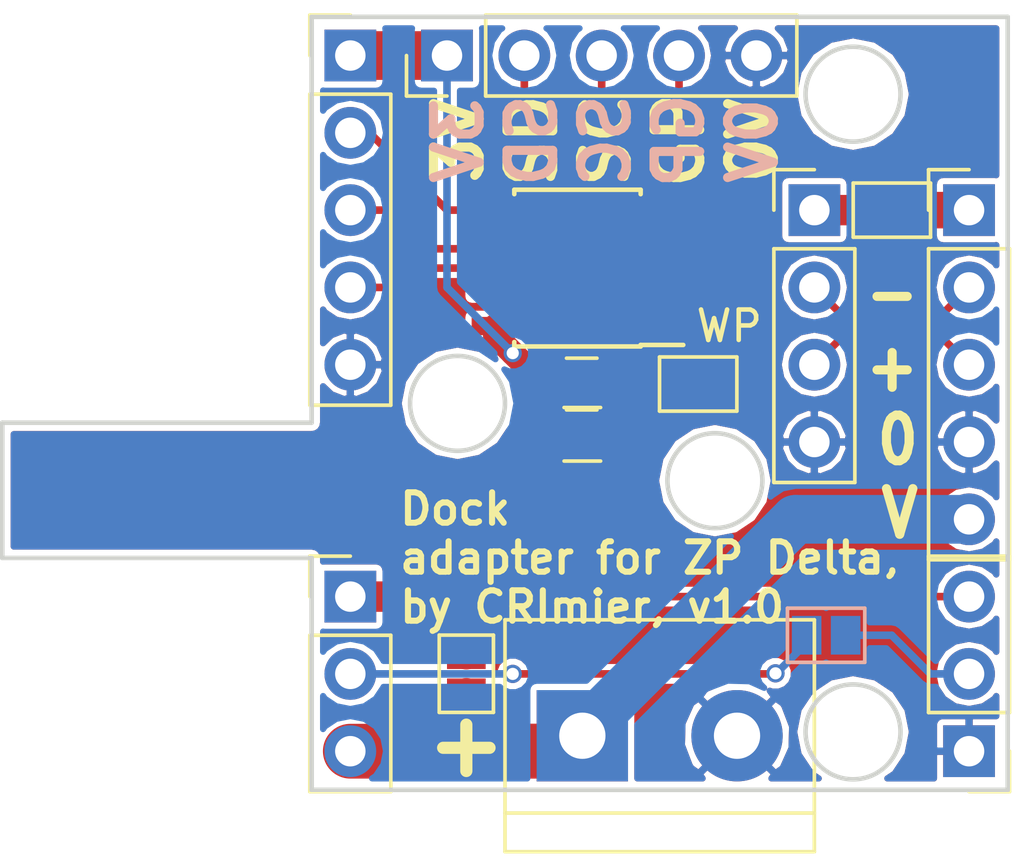
<source format=kicad_pcb>
(kicad_pcb (version 4) (host pcbnew 4.0.7)

  (general
    (links 33)
    (no_connects 0)
    (area 112.954999 102.794999 146.125001 128.345001)
    (thickness 1.6)
    (drawings 17)
    (tracks 63)
    (zones 0)
    (modules 14)
    (nets 15)
  )

  (page A4)
  (layers
    (0 F.Cu signal)
    (31 B.Cu signal)
    (32 B.Adhes user)
    (33 F.Adhes user)
    (34 B.Paste user)
    (35 F.Paste user)
    (36 B.SilkS user)
    (37 F.SilkS user)
    (38 B.Mask user)
    (39 F.Mask user)
    (40 Dwgs.User user)
    (41 Cmts.User user)
    (42 Eco1.User user)
    (43 Eco2.User user)
    (44 Edge.Cuts user)
    (45 Margin user)
    (46 B.CrtYd user)
    (47 F.CrtYd user)
    (48 B.Fab user)
    (49 F.Fab user hide)
  )

  (setup
    (last_trace_width 0.25)
    (user_trace_width 0.8)
    (user_trace_width 1)
    (user_trace_width 1.2)
    (user_trace_width 1.4)
    (user_trace_width 1.6)
    (user_trace_width 1.8)
    (trace_clearance 0.2)
    (zone_clearance 0.508)
    (zone_45_only no)
    (trace_min 0.2)
    (segment_width 0.2)
    (edge_width 0.15)
    (via_size 0.6)
    (via_drill 0.4)
    (via_min_size 0.4)
    (via_min_drill 0.3)
    (uvia_size 0.3)
    (uvia_drill 0.1)
    (uvias_allowed no)
    (uvia_min_size 0.2)
    (uvia_min_drill 0.1)
    (pcb_text_width 0.3)
    (pcb_text_size 1.5 1.5)
    (mod_edge_width 0.15)
    (mod_text_size 1 1)
    (mod_text_width 0.15)
    (pad_size 1.524 1.524)
    (pad_drill 0.762)
    (pad_to_mask_clearance 0.2)
    (aux_axis_origin 146.05 102.87)
    (visible_elements FFFFFF7F)
    (pcbplotparams
      (layerselection 0x010f0_80000001)
      (usegerberextensions true)
      (usegerberattributes true)
      (excludeedgelayer true)
      (linewidth 0.100000)
      (plotframeref false)
      (viasonmask false)
      (mode 1)
      (useauxorigin true)
      (hpglpennumber 1)
      (hpglpenspeed 20)
      (hpglpendiameter 15)
      (hpglpenoverlay 2)
      (psnegative false)
      (psa4output false)
      (plotreference true)
      (plotvalue true)
      (plotinvisibletext false)
      (padsonsilk false)
      (subtractmaskfromsilk false)
      (outputformat 1)
      (mirror false)
      (drillshape 0)
      (scaleselection 1)
      (outputdirectory gerbers/))
  )

  (net 0 "")
  (net 1 +3V3)
  (net 2 GND)
  (net 3 +5V)
  (net 4 D-)
  (net 5 D+)
  (net 6 "Net-(J2-Pad1)")
  (net 7 CHG)
  (net 8 SDA)
  (net 9 SCL)
  (net 10 GPIO)
  (net 11 "Net-(J5-Pad2)")
  (net 12 "Net-(JP4-Pad1)")
  (net 13 "Net-(J1-Pad1)")
  (net 14 ADC)

  (net_class Default "This is the default net class."
    (clearance 0.2)
    (trace_width 0.25)
    (via_dia 0.6)
    (via_drill 0.4)
    (uvia_dia 0.3)
    (uvia_drill 0.1)
    (add_net +3V3)
    (add_net +5V)
    (add_net ADC)
    (add_net CHG)
    (add_net D+)
    (add_net D-)
    (add_net GND)
    (add_net GPIO)
    (add_net "Net-(J1-Pad1)")
    (add_net "Net-(J2-Pad1)")
    (add_net "Net-(J5-Pad2)")
    (add_net "Net-(JP4-Pad1)")
    (add_net SCL)
    (add_net SDA)
  )

  (module Capacitors_SMD:C_0805_HandSoldering (layer F.Cu) (tedit 5AE7F9D6) (tstamp 5AE7F7AA)
    (at 132.06 114.935)
    (descr "Capacitor SMD 0805, hand soldering")
    (tags "capacitor 0805")
    (path /5AE7FA85)
    (attr smd)
    (fp_text reference C1 (at 0 -1.75) (layer F.SilkS) hide
      (effects (font (size 1 1) (thickness 0.15)))
    )
    (fp_text value 100nF (at 0 1.75) (layer F.Fab)
      (effects (font (size 1 1) (thickness 0.15)))
    )
    (fp_text user %R (at 0 -1.75) (layer F.Fab)
      (effects (font (size 1 1) (thickness 0.15)))
    )
    (fp_line (start -1 0.62) (end -1 -0.62) (layer F.Fab) (width 0.1))
    (fp_line (start 1 0.62) (end -1 0.62) (layer F.Fab) (width 0.1))
    (fp_line (start 1 -0.62) (end 1 0.62) (layer F.Fab) (width 0.1))
    (fp_line (start -1 -0.62) (end 1 -0.62) (layer F.Fab) (width 0.1))
    (fp_line (start 0.5 -0.85) (end -0.5 -0.85) (layer F.SilkS) (width 0.12))
    (fp_line (start -0.5 0.85) (end 0.5 0.85) (layer F.SilkS) (width 0.12))
    (fp_line (start -2.25 -0.88) (end 2.25 -0.88) (layer F.CrtYd) (width 0.05))
    (fp_line (start -2.25 -0.88) (end -2.25 0.87) (layer F.CrtYd) (width 0.05))
    (fp_line (start 2.25 0.87) (end 2.25 -0.88) (layer F.CrtYd) (width 0.05))
    (fp_line (start 2.25 0.87) (end -2.25 0.87) (layer F.CrtYd) (width 0.05))
    (pad 1 smd rect (at -1.25 0) (size 1.5 1.25) (layers F.Cu F.Paste F.Mask)
      (net 1 +3V3))
    (pad 2 smd rect (at 1.25 0) (size 1.5 1.25) (layers F.Cu F.Paste F.Mask)
      (net 2 GND))
    (model Capacitors_SMD.3dshapes/C_0805.wrl
      (at (xyz 0 0 0))
      (scale (xyz 1 1 1))
      (rotate (xyz 0 0 0))
    )
  )

  (module Pin_Headers:Pin_Header_Straight_1x04_Pitch2.54mm (layer F.Cu) (tedit 5AE7F974) (tstamp 5AE7F7BA)
    (at 139.7 109.22)
    (descr "Through hole straight pin header, 1x04, 2.54mm pitch, single row")
    (tags "Through hole pin header THT 1x04 2.54mm single row")
    (path /5AE7F5D3)
    (fp_text reference J2 (at 0 -2.33) (layer F.SilkS) hide
      (effects (font (size 1 1) (thickness 0.15)))
    )
    (fp_text value USBI (at 0 9.95) (layer F.Fab) hide
      (effects (font (size 1 1) (thickness 0.15)))
    )
    (fp_line (start -0.635 -1.27) (end 1.27 -1.27) (layer F.Fab) (width 0.1))
    (fp_line (start 1.27 -1.27) (end 1.27 8.89) (layer F.Fab) (width 0.1))
    (fp_line (start 1.27 8.89) (end -1.27 8.89) (layer F.Fab) (width 0.1))
    (fp_line (start -1.27 8.89) (end -1.27 -0.635) (layer F.Fab) (width 0.1))
    (fp_line (start -1.27 -0.635) (end -0.635 -1.27) (layer F.Fab) (width 0.1))
    (fp_line (start -1.33 8.95) (end 1.33 8.95) (layer F.SilkS) (width 0.12))
    (fp_line (start -1.33 1.27) (end -1.33 8.95) (layer F.SilkS) (width 0.12))
    (fp_line (start 1.33 1.27) (end 1.33 8.95) (layer F.SilkS) (width 0.12))
    (fp_line (start -1.33 1.27) (end 1.33 1.27) (layer F.SilkS) (width 0.12))
    (fp_line (start -1.33 0) (end -1.33 -1.33) (layer F.SilkS) (width 0.12))
    (fp_line (start -1.33 -1.33) (end 0 -1.33) (layer F.SilkS) (width 0.12))
    (fp_line (start -1.8 -1.8) (end -1.8 9.4) (layer F.CrtYd) (width 0.05))
    (fp_line (start -1.8 9.4) (end 1.8 9.4) (layer F.CrtYd) (width 0.05))
    (fp_line (start 1.8 9.4) (end 1.8 -1.8) (layer F.CrtYd) (width 0.05))
    (fp_line (start 1.8 -1.8) (end -1.8 -1.8) (layer F.CrtYd) (width 0.05))
    (fp_text user %R (at 0 3.81 90) (layer F.Fab)
      (effects (font (size 1 1) (thickness 0.15)))
    )
    (pad 1 thru_hole rect (at 0 0) (size 1.7 1.7) (drill 1) (layers *.Cu *.Mask)
      (net 6 "Net-(J2-Pad1)"))
    (pad 2 thru_hole oval (at 0 2.54) (size 1.7 1.7) (drill 1) (layers *.Cu *.Mask)
      (net 4 D-))
    (pad 3 thru_hole oval (at 0 5.08) (size 1.7 1.7) (drill 1) (layers *.Cu *.Mask)
      (net 5 D+))
    (pad 4 thru_hole oval (at 0 7.62) (size 1.7 1.7) (drill 1) (layers *.Cu *.Mask)
      (net 2 GND))
    (model ${KISYS3DMOD}/Pin_Headers.3dshapes/Pin_Header_Straight_1x04_Pitch2.54mm.wrl
      (at (xyz 0 0 0))
      (scale (xyz 1 1 1))
      (rotate (xyz 0 0 0))
    )
  )

  (module Pin_Headers:Pin_Header_Straight_1x05_Pitch2.54mm (layer F.Cu) (tedit 5AE7F957) (tstamp 5AE7F7C9)
    (at 124.46 104.14)
    (descr "Through hole straight pin header, 1x05, 2.54mm pitch, single row")
    (tags "Through hole pin header THT 1x05 2.54mm single row")
    (path /5AE7F4B0)
    (fp_text reference J4 (at 0 -2.33) (layer F.SilkS) hide
      (effects (font (size 1 1) (thickness 0.15)))
    )
    (fp_text value I2CI (at 0 12.49) (layer F.Fab) hide
      (effects (font (size 1 1) (thickness 0.15)))
    )
    (fp_line (start -0.635 -1.27) (end 1.27 -1.27) (layer F.Fab) (width 0.1))
    (fp_line (start 1.27 -1.27) (end 1.27 11.43) (layer F.Fab) (width 0.1))
    (fp_line (start 1.27 11.43) (end -1.27 11.43) (layer F.Fab) (width 0.1))
    (fp_line (start -1.27 11.43) (end -1.27 -0.635) (layer F.Fab) (width 0.1))
    (fp_line (start -1.27 -0.635) (end -0.635 -1.27) (layer F.Fab) (width 0.1))
    (fp_line (start -1.33 11.49) (end 1.33 11.49) (layer F.SilkS) (width 0.12))
    (fp_line (start -1.33 1.27) (end -1.33 11.49) (layer F.SilkS) (width 0.12))
    (fp_line (start 1.33 1.27) (end 1.33 11.49) (layer F.SilkS) (width 0.12))
    (fp_line (start -1.33 1.27) (end 1.33 1.27) (layer F.SilkS) (width 0.12))
    (fp_line (start -1.33 0) (end -1.33 -1.33) (layer F.SilkS) (width 0.12))
    (fp_line (start -1.33 -1.33) (end 0 -1.33) (layer F.SilkS) (width 0.12))
    (fp_line (start -1.8 -1.8) (end -1.8 11.95) (layer F.CrtYd) (width 0.05))
    (fp_line (start -1.8 11.95) (end 1.8 11.95) (layer F.CrtYd) (width 0.05))
    (fp_line (start 1.8 11.95) (end 1.8 -1.8) (layer F.CrtYd) (width 0.05))
    (fp_line (start 1.8 -1.8) (end -1.8 -1.8) (layer F.CrtYd) (width 0.05))
    (fp_text user %R (at 0 5.08 90) (layer F.Fab)
      (effects (font (size 1 1) (thickness 0.15)))
    )
    (pad 1 thru_hole rect (at 0 0) (size 1.7 1.7) (drill 1) (layers *.Cu *.Mask)
      (net 1 +3V3))
    (pad 2 thru_hole oval (at 0 2.54) (size 1.7 1.7) (drill 1) (layers *.Cu *.Mask)
      (net 8 SDA))
    (pad 3 thru_hole oval (at 0 5.08) (size 1.7 1.7) (drill 1) (layers *.Cu *.Mask)
      (net 9 SCL))
    (pad 4 thru_hole oval (at 0 7.62) (size 1.7 1.7) (drill 1) (layers *.Cu *.Mask)
      (net 10 GPIO))
    (pad 5 thru_hole oval (at 0 10.16) (size 1.7 1.7) (drill 1) (layers *.Cu *.Mask)
      (net 2 GND))
    (model ${KISYS3DMOD}/Pin_Headers.3dshapes/Pin_Header_Straight_1x05_Pitch2.54mm.wrl
      (at (xyz 0 0 0))
      (scale (xyz 1 1 1))
      (rotate (xyz 0 0 0))
    )
  )

  (module Pin_Headers:Pin_Header_Straight_1x03_Pitch2.54mm (layer F.Cu) (tedit 5AE7F955) (tstamp 5AE7F7D0)
    (at 124.46 121.92)
    (descr "Through hole straight pin header, 1x03, 2.54mm pitch, single row")
    (tags "Through hole pin header THT 1x03 2.54mm single row")
    (path /5AE7F471)
    (fp_text reference J5 (at 0 -2.33) (layer F.SilkS) hide
      (effects (font (size 1 1) (thickness 0.15)))
    )
    (fp_text value AUXI (at 0 7.41) (layer F.Fab) hide
      (effects (font (size 1 1) (thickness 0.15)))
    )
    (fp_line (start -0.635 -1.27) (end 1.27 -1.27) (layer F.Fab) (width 0.1))
    (fp_line (start 1.27 -1.27) (end 1.27 6.35) (layer F.Fab) (width 0.1))
    (fp_line (start 1.27 6.35) (end -1.27 6.35) (layer F.Fab) (width 0.1))
    (fp_line (start -1.27 6.35) (end -1.27 -0.635) (layer F.Fab) (width 0.1))
    (fp_line (start -1.27 -0.635) (end -0.635 -1.27) (layer F.Fab) (width 0.1))
    (fp_line (start -1.33 6.41) (end 1.33 6.41) (layer F.SilkS) (width 0.12))
    (fp_line (start -1.33 1.27) (end -1.33 6.41) (layer F.SilkS) (width 0.12))
    (fp_line (start 1.33 1.27) (end 1.33 6.41) (layer F.SilkS) (width 0.12))
    (fp_line (start -1.33 1.27) (end 1.33 1.27) (layer F.SilkS) (width 0.12))
    (fp_line (start -1.33 0) (end -1.33 -1.33) (layer F.SilkS) (width 0.12))
    (fp_line (start -1.33 -1.33) (end 0 -1.33) (layer F.SilkS) (width 0.12))
    (fp_line (start -1.8 -1.8) (end -1.8 6.85) (layer F.CrtYd) (width 0.05))
    (fp_line (start -1.8 6.85) (end 1.8 6.85) (layer F.CrtYd) (width 0.05))
    (fp_line (start 1.8 6.85) (end 1.8 -1.8) (layer F.CrtYd) (width 0.05))
    (fp_line (start 1.8 -1.8) (end -1.8 -1.8) (layer F.CrtYd) (width 0.05))
    (fp_text user %R (at 0 2.54 90) (layer F.Fab)
      (effects (font (size 1 1) (thickness 0.15)))
    )
    (pad 1 thru_hole rect (at 0 0) (size 1.7 1.7) (drill 1) (layers *.Cu *.Mask)
      (net 3 +5V))
    (pad 2 thru_hole oval (at 0 2.54) (size 1.7 1.7) (drill 1) (layers *.Cu *.Mask)
      (net 11 "Net-(J5-Pad2)"))
    (pad 3 thru_hole oval (at 0 5.08) (size 1.7 1.7) (drill 1) (layers *.Cu *.Mask)
      (net 7 CHG))
    (model ${KISYS3DMOD}/Pin_Headers.3dshapes/Pin_Header_Straight_1x03_Pitch2.54mm.wrl
      (at (xyz 0 0 0))
      (scale (xyz 1 1 1))
      (rotate (xyz 0 0 0))
    )
  )

  (module Pin_Headers:Pin_Header_Straight_1x03_Pitch2.54mm (layer F.Cu) (tedit 5AE7F95C) (tstamp 5AE7F7D7)
    (at 144.78 127 180)
    (descr "Through hole straight pin header, 1x03, 2.54mm pitch, single row")
    (tags "Through hole pin header THT 1x03 2.54mm single row")
    (path /5AE80E8F)
    (fp_text reference J6 (at 0 -2.33 180) (layer F.SilkS) hide
      (effects (font (size 1 1) (thickness 0.15)))
    )
    (fp_text value ANI (at 0 7.41 180) (layer F.Fab)
      (effects (font (size 1 1) (thickness 0.15)))
    )
    (fp_line (start -0.635 -1.27) (end 1.27 -1.27) (layer F.Fab) (width 0.1))
    (fp_line (start 1.27 -1.27) (end 1.27 6.35) (layer F.Fab) (width 0.1))
    (fp_line (start 1.27 6.35) (end -1.27 6.35) (layer F.Fab) (width 0.1))
    (fp_line (start -1.27 6.35) (end -1.27 -0.635) (layer F.Fab) (width 0.1))
    (fp_line (start -1.27 -0.635) (end -0.635 -1.27) (layer F.Fab) (width 0.1))
    (fp_line (start -1.33 6.41) (end 1.33 6.41) (layer F.SilkS) (width 0.12))
    (fp_line (start -1.33 1.27) (end -1.33 6.41) (layer F.SilkS) (width 0.12))
    (fp_line (start 1.33 1.27) (end 1.33 6.41) (layer F.SilkS) (width 0.12))
    (fp_line (start -1.33 1.27) (end 1.33 1.27) (layer F.SilkS) (width 0.12))
    (fp_line (start -1.33 0) (end -1.33 -1.33) (layer F.SilkS) (width 0.12))
    (fp_line (start -1.33 -1.33) (end 0 -1.33) (layer F.SilkS) (width 0.12))
    (fp_line (start -1.8 -1.8) (end -1.8 6.85) (layer F.CrtYd) (width 0.05))
    (fp_line (start -1.8 6.85) (end 1.8 6.85) (layer F.CrtYd) (width 0.05))
    (fp_line (start 1.8 6.85) (end 1.8 -1.8) (layer F.CrtYd) (width 0.05))
    (fp_line (start 1.8 -1.8) (end -1.8 -1.8) (layer F.CrtYd) (width 0.05))
    (fp_text user %R (at 0 2.54 270) (layer F.Fab)
      (effects (font (size 1 1) (thickness 0.15)))
    )
    (pad 1 thru_hole rect (at 0 0 180) (size 1.7 1.7) (drill 1) (layers *.Cu *.Mask)
      (net 2 GND))
    (pad 2 thru_hole oval (at 0 2.54 180) (size 1.7 1.7) (drill 1) (layers *.Cu *.Mask)
      (net 14 ADC))
    (pad 3 thru_hole oval (at 0 5.08 180) (size 1.7 1.7) (drill 1) (layers *.Cu *.Mask)
      (net 1 +3V3))
    (model ${KISYS3DMOD}/Pin_Headers.3dshapes/Pin_Header_Straight_1x03_Pitch2.54mm.wrl
      (at (xyz 0 0 0))
      (scale (xyz 1 1 1))
      (rotate (xyz 0 0 0))
    )
  )

  (module Pin_Headers:Pin_Header_Straight_1x05_Pitch2.54mm (layer F.Cu) (tedit 5AE7FB5C) (tstamp 5AE7F7E0)
    (at 127.635 104.14 90)
    (descr "Through hole straight pin header, 1x05, 2.54mm pitch, single row")
    (tags "Through hole pin header THT 1x05 2.54mm single row")
    (path /5AE7FD18)
    (fp_text reference J7 (at 0 -2.33 90) (layer F.SilkS) hide
      (effects (font (size 1 1) (thickness 0.15)))
    )
    (fp_text value I2CO (at 0 12.49 90) (layer F.Fab) hide
      (effects (font (size 1 1) (thickness 0.15)))
    )
    (fp_line (start -0.635 -1.27) (end 1.27 -1.27) (layer F.Fab) (width 0.1))
    (fp_line (start 1.27 -1.27) (end 1.27 11.43) (layer F.Fab) (width 0.1))
    (fp_line (start 1.27 11.43) (end -1.27 11.43) (layer F.Fab) (width 0.1))
    (fp_line (start -1.27 11.43) (end -1.27 -0.635) (layer F.Fab) (width 0.1))
    (fp_line (start -1.27 -0.635) (end -0.635 -1.27) (layer F.Fab) (width 0.1))
    (fp_line (start -1.33 11.49) (end 1.33 11.49) (layer F.SilkS) (width 0.12))
    (fp_line (start -1.33 1.27) (end -1.33 11.49) (layer F.SilkS) (width 0.12))
    (fp_line (start 1.33 1.27) (end 1.33 11.49) (layer F.SilkS) (width 0.12))
    (fp_line (start -1.33 1.27) (end 1.33 1.27) (layer F.SilkS) (width 0.12))
    (fp_line (start -1.33 0) (end -1.33 -1.33) (layer F.SilkS) (width 0.12))
    (fp_line (start -1.33 -1.33) (end 0 -1.33) (layer F.SilkS) (width 0.12))
    (fp_line (start -1.8 -1.8) (end -1.8 11.95) (layer F.CrtYd) (width 0.05))
    (fp_line (start -1.8 11.95) (end 1.8 11.95) (layer F.CrtYd) (width 0.05))
    (fp_line (start 1.8 11.95) (end 1.8 -1.8) (layer F.CrtYd) (width 0.05))
    (fp_line (start 1.8 -1.8) (end -1.8 -1.8) (layer F.CrtYd) (width 0.05))
    (fp_text user %R (at 0 5.08 180) (layer F.Fab)
      (effects (font (size 1 1) (thickness 0.15)))
    )
    (pad 1 thru_hole rect (at 0 0 90) (size 1.7 1.7) (drill 1) (layers *.Cu *.Mask)
      (net 1 +3V3))
    (pad 2 thru_hole oval (at 0 2.54 90) (size 1.7 1.7) (drill 1) (layers *.Cu *.Mask)
      (net 8 SDA))
    (pad 3 thru_hole oval (at 0 5.08 90) (size 1.7 1.7) (drill 1) (layers *.Cu *.Mask)
      (net 9 SCL))
    (pad 4 thru_hole oval (at 0 7.62 90) (size 1.7 1.7) (drill 1) (layers *.Cu *.Mask)
      (net 10 GPIO))
    (pad 5 thru_hole oval (at 0 10.16 90) (size 1.7 1.7) (drill 1) (layers *.Cu *.Mask)
      (net 2 GND))
    (model ${KISYS3DMOD}/Pin_Headers.3dshapes/Pin_Header_Straight_1x05_Pitch2.54mm.wrl
      (at (xyz 0 0 0))
      (scale (xyz 1 1 1))
      (rotate (xyz 0 0 0))
    )
  )

  (module Connect:GS2 (layer F.Cu) (tedit 5AE7F9E3) (tstamp 5AE7F7E6)
    (at 128.27 124.455)
    (descr "2-pin solder bridge")
    (tags "solder bridge")
    (path /5AE80BEC)
    (attr smd)
    (fp_text reference JP1 (at 1.78 0 90) (layer F.SilkS) hide
      (effects (font (size 1 1) (thickness 0.15)))
    )
    (fp_text value CUVCC (at -1.8 0 90) (layer F.Fab)
      (effects (font (size 1 1) (thickness 0.15)))
    )
    (fp_line (start 1.1 -1.45) (end 1.1 1.5) (layer F.CrtYd) (width 0.05))
    (fp_line (start 1.1 1.5) (end -1.1 1.5) (layer F.CrtYd) (width 0.05))
    (fp_line (start -1.1 1.5) (end -1.1 -1.45) (layer F.CrtYd) (width 0.05))
    (fp_line (start -1.1 -1.45) (end 1.1 -1.45) (layer F.CrtYd) (width 0.05))
    (fp_line (start -0.89 -1.27) (end -0.89 1.27) (layer F.SilkS) (width 0.12))
    (fp_line (start 0.89 1.27) (end 0.89 -1.27) (layer F.SilkS) (width 0.12))
    (fp_line (start 0.89 1.27) (end -0.89 1.27) (layer F.SilkS) (width 0.12))
    (fp_line (start -0.89 -1.27) (end 0.89 -1.27) (layer F.SilkS) (width 0.12))
    (pad 1 smd rect (at 0 -0.64) (size 1.27 0.97) (layers F.Cu F.Paste F.Mask)
      (net 3 +5V))
    (pad 2 smd rect (at 0 0.64) (size 1.27 0.97) (layers F.Cu F.Paste F.Mask)
      (net 7 CHG))
  )

  (module Connect:GS2 (layer F.Cu) (tedit 5AE7F9DF) (tstamp 5AE7F7EC)
    (at 142.245 109.22 270)
    (descr "2-pin solder bridge")
    (tags "solder bridge")
    (path /5AE80B0D)
    (attr smd)
    (fp_text reference JP2 (at 1.78 0 360) (layer F.SilkS) hide
      (effects (font (size 1 1) (thickness 0.15)))
    )
    (fp_text value ZUVCC (at -1.8 0 360) (layer F.Fab)
      (effects (font (size 1 1) (thickness 0.15)))
    )
    (fp_line (start 1.1 -1.45) (end 1.1 1.5) (layer F.CrtYd) (width 0.05))
    (fp_line (start 1.1 1.5) (end -1.1 1.5) (layer F.CrtYd) (width 0.05))
    (fp_line (start -1.1 1.5) (end -1.1 -1.45) (layer F.CrtYd) (width 0.05))
    (fp_line (start -1.1 -1.45) (end 1.1 -1.45) (layer F.CrtYd) (width 0.05))
    (fp_line (start -0.89 -1.27) (end -0.89 1.27) (layer F.SilkS) (width 0.12))
    (fp_line (start 0.89 1.27) (end 0.89 -1.27) (layer F.SilkS) (width 0.12))
    (fp_line (start 0.89 1.27) (end -0.89 1.27) (layer F.SilkS) (width 0.12))
    (fp_line (start -0.89 -1.27) (end 0.89 -1.27) (layer F.SilkS) (width 0.12))
    (pad 1 smd rect (at 0 -0.64 270) (size 1.27 0.97) (layers F.Cu F.Paste F.Mask)
      (net 13 "Net-(J1-Pad1)"))
    (pad 2 smd rect (at 0 0.64 270) (size 1.27 0.97) (layers F.Cu F.Paste F.Mask)
      (net 6 "Net-(J2-Pad1)"))
  )

  (module Connect:GS2 (layer B.Cu) (tedit 5AE7FCF8) (tstamp 5AE7F7F2)
    (at 140.086 123.19 90)
    (descr "2-pin solder bridge")
    (tags "solder bridge")
    (path /5AE7F55B)
    (attr smd)
    (fp_text reference JP3 (at 1.78 0 180) (layer B.SilkS) hide
      (effects (font (size 1 1) (thickness 0.15)) (justify mirror))
    )
    (fp_text value ADC (at -1.8 0 180) (layer B.Fab) hide
      (effects (font (size 1 1) (thickness 0.15)) (justify mirror))
    )
    (fp_line (start 1.1 1.45) (end 1.1 -1.5) (layer B.CrtYd) (width 0.05))
    (fp_line (start 1.1 -1.5) (end -1.1 -1.5) (layer B.CrtYd) (width 0.05))
    (fp_line (start -1.1 -1.5) (end -1.1 1.45) (layer B.CrtYd) (width 0.05))
    (fp_line (start -1.1 1.45) (end 1.1 1.45) (layer B.CrtYd) (width 0.05))
    (fp_line (start -0.89 1.27) (end -0.89 -1.27) (layer B.SilkS) (width 0.12))
    (fp_line (start 0.89 -1.27) (end 0.89 1.27) (layer B.SilkS) (width 0.12))
    (fp_line (start 0.89 -1.27) (end -0.89 -1.27) (layer B.SilkS) (width 0.12))
    (fp_line (start -0.89 1.27) (end 0.89 1.27) (layer B.SilkS) (width 0.12))
    (pad 1 smd rect (at 0 0.64 90) (size 1.27 0.97) (layers B.Cu B.Paste B.Mask)
      (net 14 ADC))
    (pad 2 smd rect (at 0 -0.64 90) (size 1.27 0.97) (layers B.Cu B.Paste B.Mask)
      (net 11 "Net-(J5-Pad2)"))
  )

  (module Connect:GS2 (layer F.Cu) (tedit 5AE7F9DC) (tstamp 5AE7F7F8)
    (at 135.885 114.935 90)
    (descr "2-pin solder bridge")
    (tags "solder bridge")
    (path /5AE7F879)
    (attr smd)
    (fp_text reference JP4 (at 1.78 0 180) (layer F.SilkS) hide
      (effects (font (size 1 1) (thickness 0.15)))
    )
    (fp_text value WP (at 1.905 1.021 180) (layer F.SilkS)
      (effects (font (size 1 1) (thickness 0.15)))
    )
    (fp_line (start 1.1 -1.45) (end 1.1 1.5) (layer F.CrtYd) (width 0.05))
    (fp_line (start 1.1 1.5) (end -1.1 1.5) (layer F.CrtYd) (width 0.05))
    (fp_line (start -1.1 1.5) (end -1.1 -1.45) (layer F.CrtYd) (width 0.05))
    (fp_line (start -1.1 -1.45) (end 1.1 -1.45) (layer F.CrtYd) (width 0.05))
    (fp_line (start -0.89 -1.27) (end -0.89 1.27) (layer F.SilkS) (width 0.12))
    (fp_line (start 0.89 1.27) (end 0.89 -1.27) (layer F.SilkS) (width 0.12))
    (fp_line (start 0.89 1.27) (end -0.89 1.27) (layer F.SilkS) (width 0.12))
    (fp_line (start -0.89 -1.27) (end 0.89 -1.27) (layer F.SilkS) (width 0.12))
    (pad 1 smd rect (at 0 -0.64 90) (size 1.27 0.97) (layers F.Cu F.Paste F.Mask)
      (net 12 "Net-(JP4-Pad1)"))
    (pad 2 smd rect (at 0 0.64 90) (size 1.27 0.97) (layers F.Cu F.Paste F.Mask)
      (net 2 GND))
  )

  (module Resistors_SMD:R_0805_HandSoldering (layer F.Cu) (tedit 5AE7F9D9) (tstamp 5AE7F7FE)
    (at 132.08 116.586 180)
    (descr "Resistor SMD 0805, hand soldering")
    (tags "resistor 0805")
    (path /5AE7F8CB)
    (attr smd)
    (fp_text reference R1 (at 0 -1.7 180) (layer F.SilkS) hide
      (effects (font (size 1 1) (thickness 0.15)))
    )
    (fp_text value 10K (at 0 1.75 180) (layer F.Fab)
      (effects (font (size 1 1) (thickness 0.15)))
    )
    (fp_text user %R (at 0 0 180) (layer F.Fab)
      (effects (font (size 0.5 0.5) (thickness 0.075)))
    )
    (fp_line (start -1 0.62) (end -1 -0.62) (layer F.Fab) (width 0.1))
    (fp_line (start 1 0.62) (end -1 0.62) (layer F.Fab) (width 0.1))
    (fp_line (start 1 -0.62) (end 1 0.62) (layer F.Fab) (width 0.1))
    (fp_line (start -1 -0.62) (end 1 -0.62) (layer F.Fab) (width 0.1))
    (fp_line (start 0.6 0.88) (end -0.6 0.88) (layer F.SilkS) (width 0.12))
    (fp_line (start -0.6 -0.88) (end 0.6 -0.88) (layer F.SilkS) (width 0.12))
    (fp_line (start -2.35 -0.9) (end 2.35 -0.9) (layer F.CrtYd) (width 0.05))
    (fp_line (start -2.35 -0.9) (end -2.35 0.9) (layer F.CrtYd) (width 0.05))
    (fp_line (start 2.35 0.9) (end 2.35 -0.9) (layer F.CrtYd) (width 0.05))
    (fp_line (start 2.35 0.9) (end -2.35 0.9) (layer F.CrtYd) (width 0.05))
    (pad 1 smd rect (at -1.35 0 180) (size 1.5 1.3) (layers F.Cu F.Paste F.Mask)
      (net 12 "Net-(JP4-Pad1)"))
    (pad 2 smd rect (at 1.35 0 180) (size 1.5 1.3) (layers F.Cu F.Paste F.Mask)
      (net 1 +3V3))
    (model ${KISYS3DMOD}/Resistors_SMD.3dshapes/R_0805.wrl
      (at (xyz 0 0 0))
      (scale (xyz 1 1 1))
      (rotate (xyz 0 0 0))
    )
  )

  (module Housings_SOIC:SOIC-8_3.9x4.9mm_Pitch1.27mm (layer F.Cu) (tedit 5AE7F9EE) (tstamp 5AE7F80A)
    (at 131.92 111.125 180)
    (descr "8-Lead Plastic Small Outline (SN) - Narrow, 3.90 mm Body [SOIC] (see Microchip Packaging Specification 00000049BS.pdf)")
    (tags "SOIC 1.27")
    (path /5AE7F798)
    (attr smd)
    (fp_text reference U1 (at 0 -3.5 180) (layer F.SilkS) hide
      (effects (font (size 1 1) (thickness 0.15)))
    )
    (fp_text value 24LC32 (at 0 3.5 180) (layer F.Fab)
      (effects (font (size 1 1) (thickness 0.15)))
    )
    (fp_text user %R (at 0 0 180) (layer F.Fab)
      (effects (font (size 1 1) (thickness 0.15)))
    )
    (fp_line (start -0.95 -2.45) (end 1.95 -2.45) (layer F.Fab) (width 0.1))
    (fp_line (start 1.95 -2.45) (end 1.95 2.45) (layer F.Fab) (width 0.1))
    (fp_line (start 1.95 2.45) (end -1.95 2.45) (layer F.Fab) (width 0.1))
    (fp_line (start -1.95 2.45) (end -1.95 -1.45) (layer F.Fab) (width 0.1))
    (fp_line (start -1.95 -1.45) (end -0.95 -2.45) (layer F.Fab) (width 0.1))
    (fp_line (start -3.73 -2.7) (end -3.73 2.7) (layer F.CrtYd) (width 0.05))
    (fp_line (start 3.73 -2.7) (end 3.73 2.7) (layer F.CrtYd) (width 0.05))
    (fp_line (start -3.73 -2.7) (end 3.73 -2.7) (layer F.CrtYd) (width 0.05))
    (fp_line (start -3.73 2.7) (end 3.73 2.7) (layer F.CrtYd) (width 0.05))
    (fp_line (start -2.075 -2.575) (end -2.075 -2.525) (layer F.SilkS) (width 0.15))
    (fp_line (start 2.075 -2.575) (end 2.075 -2.43) (layer F.SilkS) (width 0.15))
    (fp_line (start 2.075 2.575) (end 2.075 2.43) (layer F.SilkS) (width 0.15))
    (fp_line (start -2.075 2.575) (end -2.075 2.43) (layer F.SilkS) (width 0.15))
    (fp_line (start -2.075 -2.575) (end 2.075 -2.575) (layer F.SilkS) (width 0.15))
    (fp_line (start -2.075 2.575) (end 2.075 2.575) (layer F.SilkS) (width 0.15))
    (fp_line (start -2.075 -2.525) (end -3.475 -2.525) (layer F.SilkS) (width 0.15))
    (pad 1 smd rect (at -2.7 -1.905 180) (size 1.55 0.6) (layers F.Cu F.Paste F.Mask)
      (net 2 GND))
    (pad 2 smd rect (at -2.7 -0.635 180) (size 1.55 0.6) (layers F.Cu F.Paste F.Mask)
      (net 2 GND))
    (pad 3 smd rect (at -2.7 0.635 180) (size 1.55 0.6) (layers F.Cu F.Paste F.Mask)
      (net 2 GND))
    (pad 4 smd rect (at -2.7 1.905 180) (size 1.55 0.6) (layers F.Cu F.Paste F.Mask)
      (net 2 GND))
    (pad 5 smd rect (at 2.7 1.905 180) (size 1.55 0.6) (layers F.Cu F.Paste F.Mask)
      (net 8 SDA))
    (pad 6 smd rect (at 2.7 0.635 180) (size 1.55 0.6) (layers F.Cu F.Paste F.Mask)
      (net 9 SCL))
    (pad 7 smd rect (at 2.7 -0.635 180) (size 1.55 0.6) (layers F.Cu F.Paste F.Mask)
      (net 12 "Net-(JP4-Pad1)"))
    (pad 8 smd rect (at 2.7 -1.905 180) (size 1.55 0.6) (layers F.Cu F.Paste F.Mask)
      (net 1 +3V3))
    (model ${KISYS3DMOD}/Housings_SOIC.3dshapes/SOIC-8_3.9x4.9mm_Pitch1.27mm.wrl
      (at (xyz 0 0 0))
      (scale (xyz 1 1 1))
      (rotate (xyz 0 0 0))
    )
  )

  (module Pin_Headers:Pin_Header_Straight_1x05_Pitch2.54mm (layer F.Cu) (tedit 5AE7FCEC) (tstamp 5AE7FC49)
    (at 144.78 109.22)
    (descr "Through hole straight pin header, 1x05, 2.54mm pitch, single row")
    (tags "Through hole pin header THT 1x05 2.54mm single row")
    (path /5AE8152A)
    (fp_text reference J1 (at 0 -2.33) (layer F.SilkS) hide
      (effects (font (size 1 1) (thickness 0.15)))
    )
    (fp_text value USBO (at 0 12.49) (layer F.Fab)
      (effects (font (size 1 1) (thickness 0.15)))
    )
    (fp_line (start -0.635 -1.27) (end 1.27 -1.27) (layer F.Fab) (width 0.1))
    (fp_line (start 1.27 -1.27) (end 1.27 11.43) (layer F.Fab) (width 0.1))
    (fp_line (start 1.27 11.43) (end -1.27 11.43) (layer F.Fab) (width 0.1))
    (fp_line (start -1.27 11.43) (end -1.27 -0.635) (layer F.Fab) (width 0.1))
    (fp_line (start -1.27 -0.635) (end -0.635 -1.27) (layer F.Fab) (width 0.1))
    (fp_line (start -1.33 11.49) (end 1.33 11.49) (layer F.SilkS) (width 0.12))
    (fp_line (start -1.33 1.27) (end -1.33 11.49) (layer F.SilkS) (width 0.12))
    (fp_line (start 1.33 1.27) (end 1.33 11.49) (layer F.SilkS) (width 0.12))
    (fp_line (start -1.33 1.27) (end 1.33 1.27) (layer F.SilkS) (width 0.12))
    (fp_line (start -1.33 0) (end -1.33 -1.33) (layer F.SilkS) (width 0.12))
    (fp_line (start -1.33 -1.33) (end 0 -1.33) (layer F.SilkS) (width 0.12))
    (fp_line (start -1.8 -1.8) (end -1.8 11.95) (layer F.CrtYd) (width 0.05))
    (fp_line (start -1.8 11.95) (end 1.8 11.95) (layer F.CrtYd) (width 0.05))
    (fp_line (start 1.8 11.95) (end 1.8 -1.8) (layer F.CrtYd) (width 0.05))
    (fp_line (start 1.8 -1.8) (end -1.8 -1.8) (layer F.CrtYd) (width 0.05))
    (fp_text user %R (at 0 5.08 90) (layer F.Fab)
      (effects (font (size 1 1) (thickness 0.15)))
    )
    (pad 1 thru_hole rect (at 0 0) (size 1.7 1.7) (drill 1) (layers *.Cu *.Mask)
      (net 13 "Net-(J1-Pad1)"))
    (pad 2 thru_hole oval (at 0 2.54) (size 1.7 1.7) (drill 1) (layers *.Cu *.Mask)
      (net 4 D-))
    (pad 3 thru_hole oval (at 0 5.08) (size 1.7 1.7) (drill 1) (layers *.Cu *.Mask)
      (net 5 D+))
    (pad 4 thru_hole oval (at 0 7.62) (size 1.7 1.7) (drill 1) (layers *.Cu *.Mask)
      (net 2 GND))
    (pad 5 thru_hole oval (at 0 10.16) (size 1.7 1.7) (drill 1) (layers *.Cu *.Mask)
      (net 7 CHG))
    (model ${KISYS3DMOD}/Pin_Headers.3dshapes/Pin_Header_Straight_1x05_Pitch2.54mm.wrl
      (at (xyz 0 0 0))
      (scale (xyz 1 1 1))
      (rotate (xyz 0 0 0))
    )
  )

  (module Terminal_Blocks:TerminalBlock_bornier-2_P5.08mm (layer F.Cu) (tedit 5AE7FCB4) (tstamp 5AE7FCE2)
    (at 132.08 126.492)
    (descr "simple 2-pin terminal block, pitch 5.08mm, revamped version of bornier2")
    (tags "terminal block bornier2")
    (path /5AE7F732)
    (fp_text reference J3 (at 2.54 -5.08) (layer F.SilkS) hide
      (effects (font (size 1 1) (thickness 0.15)))
    )
    (fp_text value CHG (at 2.54 5.08) (layer F.Fab)
      (effects (font (size 1 1) (thickness 0.15)))
    )
    (fp_text user %R (at 2.54 0) (layer F.Fab)
      (effects (font (size 1 1) (thickness 0.15)))
    )
    (fp_line (start -2.41 2.55) (end 7.49 2.55) (layer F.Fab) (width 0.1))
    (fp_line (start -2.46 -3.75) (end -2.46 3.75) (layer F.Fab) (width 0.1))
    (fp_line (start -2.46 3.75) (end 7.54 3.75) (layer F.Fab) (width 0.1))
    (fp_line (start 7.54 3.75) (end 7.54 -3.75) (layer F.Fab) (width 0.1))
    (fp_line (start 7.54 -3.75) (end -2.46 -3.75) (layer F.Fab) (width 0.1))
    (fp_line (start 7.62 2.54) (end -2.54 2.54) (layer F.SilkS) (width 0.12))
    (fp_line (start 7.62 3.81) (end 7.62 -3.81) (layer F.SilkS) (width 0.12))
    (fp_line (start 7.62 -3.81) (end -2.54 -3.81) (layer F.SilkS) (width 0.12))
    (fp_line (start -2.54 -3.81) (end -2.54 3.81) (layer F.SilkS) (width 0.12))
    (fp_line (start -2.54 3.81) (end 7.62 3.81) (layer F.SilkS) (width 0.12))
    (fp_line (start -2.71 -4) (end 7.79 -4) (layer F.CrtYd) (width 0.05))
    (fp_line (start -2.71 -4) (end -2.71 4) (layer F.CrtYd) (width 0.05))
    (fp_line (start 7.79 4) (end 7.79 -4) (layer F.CrtYd) (width 0.05))
    (fp_line (start 7.79 4) (end -2.71 4) (layer F.CrtYd) (width 0.05))
    (pad 1 thru_hole rect (at 0 0) (size 3 3) (drill 1.52) (layers *.Cu *.Mask)
      (net 7 CHG))
    (pad 2 thru_hole circle (at 5.08 0) (size 3 3) (drill 1.52) (layers *.Cu *.Mask)
      (net 2 GND))
    (model ${KISYS3DMOD}/Terminal_Blocks.3dshapes/TerminalBlock_bornier-2_P5.08mm.wrl
      (at (xyz 0.1 0 0))
      (scale (xyz 1 1 1))
      (rotate (xyz 0 0 0))
    )
  )

  (gr_line (start 123.19 116.205) (end 123.19 102.87) (layer Edge.Cuts) (width 0.15))
  (gr_line (start 123.19 120.65) (end 123.19 128.27) (layer Edge.Cuts) (width 0.15))
  (gr_line (start 113.03 120.65) (end 123.19 120.65) (layer Edge.Cuts) (width 0.15))
  (gr_line (start 113.03 116.205) (end 113.03 120.65) (layer Edge.Cuts) (width 0.15))
  (gr_line (start 123.19 116.205) (end 113.03 116.205) (layer Edge.Cuts) (width 0.15))
  (gr_circle (center 140.97 126.365) (end 142.15284 127.381) (layer Edge.Cuts) (width 0.15) (tstamp 5AE8000D))
  (gr_line (start 146.05 128.27) (end 123.19 128.27) (layer Edge.Cuts) (width 0.15))
  (gr_line (start 146.05 102.87) (end 146.05 128.27) (layer Edge.Cuts) (width 0.15))
  (gr_line (start 123.19 102.87) (end 146.05 102.87) (layer Edge.Cuts) (width 0.15))
  (gr_circle (center 136.433283 118.11) (end 137.616123 119.126) (layer Edge.Cuts) (width 0.15) (tstamp 5AE7FF69))
  (gr_circle (center 140.97 105.41) (end 142.15284 106.426) (layer Edge.Cuts) (width 0.15) (tstamp 5AE7FF63))
  (gr_circle (center 127.980717 115.57) (end 129.163557 116.586) (layer Edge.Cuts) (width 0.15))
  (gr_text "3V\nSD\nSC\nGP\n0V" (at 132.842 106.934 90) (layer B.SilkS) (tstamp 5AE7FEB4)
    (effects (font (size 1.5 1.5) (thickness 0.3)) (justify mirror))
  )
  (gr_text "Dock\nadapter for ZP Delta,\nby CRImier, v1.0" (at 125.984 120.65) (layer F.SilkS)
    (effects (font (size 1 1) (thickness 0.2)) (justify left))
  )
  (gr_text + (at 128.27 126.746) (layer F.SilkS)
    (effects (font (size 2 2) (thickness 0.4)) (justify mirror))
  )
  (gr_text "-\n+\n0\nV" (at 143.256 115.57) (layer F.SilkS)
    (effects (font (size 1.5 1.3) (thickness 0.3)) (justify right))
  )
  (gr_text "3V\nSD\nSC\nGP\n0V" (at 132.842 106.934 90) (layer F.SilkS)
    (effects (font (size 1.5 1.5) (thickness 0.3)))
  )

  (segment (start 130.73 118.538) (end 134.112 121.92) (width 0.25) (layer F.Cu) (net 1))
  (segment (start 130.73 116.84) (end 130.73 118.538) (width 0.25) (layer F.Cu) (net 1))
  (segment (start 129.22 113.345) (end 129.794 113.919) (width 0.8) (layer F.Cu) (net 1))
  (segment (start 129.794 113.919) (end 130.81 114.935) (width 0.8) (layer F.Cu) (net 1))
  (segment (start 127.635 104.14) (end 127.635 111.76) (width 0.25) (layer B.Cu) (net 1))
  (segment (start 127.635 111.76) (end 129.794 113.919) (width 0.25) (layer B.Cu) (net 1))
  (via (at 129.794 113.919) (size 0.6) (drill 0.4) (layers F.Cu B.Cu) (net 1))
  (segment (start 130.81 114.935) (end 130.81 116.76) (width 0.25) (layer F.Cu) (net 1))
  (segment (start 130.81 116.76) (end 130.73 116.84) (width 0.25) (layer F.Cu) (net 1))
  (segment (start 129.22 113.03) (end 129.22 113.345) (width 0.8) (layer F.Cu) (net 1))
  (segment (start 124.46 104.14) (end 127.635 104.14) (width 1.6) (layer F.Cu) (net 1))
  (segment (start 134.112 121.92) (end 144.78 121.92) (width 0.25) (layer F.Cu) (net 1))
  (segment (start 128.27 121.92) (end 124.46 121.92) (width 1) (layer F.Cu) (net 3))
  (segment (start 128.27 123.815) (end 128.27 121.92) (width 1) (layer F.Cu) (net 3))
  (segment (start 143.754642 112.785358) (end 144.78 111.76) (width 0.25) (layer F.Cu) (net 4))
  (segment (start 140.725358 112.785358) (end 143.754642 112.785358) (width 0.25) (layer F.Cu) (net 4))
  (segment (start 139.7 111.76) (end 140.725358 112.785358) (width 0.25) (layer F.Cu) (net 4))
  (segment (start 139.7 114.3) (end 140.764631 113.235369) (width 0.25) (layer F.Cu) (net 5))
  (segment (start 140.764631 113.235369) (end 143.715369 113.235369) (width 0.25) (layer F.Cu) (net 5))
  (segment (start 143.715369 113.235369) (end 144.78 114.3) (width 0.25) (layer F.Cu) (net 5))
  (segment (start 141.605 109.22) (end 139.7 109.22) (width 1) (layer F.Cu) (net 6))
  (segment (start 144.78 119.38) (end 139.074943 119.38) (width 1.6) (layer B.Cu) (net 7))
  (segment (start 139.074943 119.38) (end 132.08 126.374943) (width 1.6) (layer B.Cu) (net 7))
  (segment (start 132.08 126.374943) (end 132.08 127) (width 1.6) (layer B.Cu) (net 7))
  (segment (start 128.27 127) (end 132.08 127) (width 1.8) (layer F.Cu) (net 7))
  (segment (start 132.08 127) (end 124.46 127) (width 1.8) (layer F.Cu) (net 7))
  (segment (start 128.27 125.095) (end 128.27 127) (width 1) (layer F.Cu) (net 7))
  (segment (start 130.175 104.14) (end 130.175 108.775239) (width 0.25) (layer F.Cu) (net 8))
  (segment (start 130.175 108.775239) (end 129.730239 109.22) (width 0.25) (layer F.Cu) (net 8))
  (segment (start 129.730239 109.22) (end 129.22 109.22) (width 0.25) (layer F.Cu) (net 8))
  (segment (start 125.095 106.68) (end 127.635 109.22) (width 0.25) (layer F.Cu) (net 8))
  (segment (start 127.635 109.22) (end 129.22 109.22) (width 0.25) (layer F.Cu) (net 8))
  (segment (start 124.46 106.68) (end 125.095 106.68) (width 0.25) (layer F.Cu) (net 8))
  (segment (start 130.81 110.49) (end 132.715 108.585) (width 0.25) (layer F.Cu) (net 9))
  (segment (start 132.715 108.585) (end 132.715 104.14) (width 0.25) (layer F.Cu) (net 9))
  (segment (start 129.22 110.49) (end 130.81 110.49) (width 0.25) (layer F.Cu) (net 9))
  (segment (start 125.73 109.22) (end 127 110.49) (width 0.25) (layer F.Cu) (net 9))
  (segment (start 127 110.49) (end 129.22 110.49) (width 0.25) (layer F.Cu) (net 9))
  (segment (start 124.46 109.22) (end 125.73 109.22) (width 0.25) (layer F.Cu) (net 9))
  (segment (start 124.46 111.76) (end 126.380258 111.76) (width 0.25) (layer F.Cu) (net 10))
  (segment (start 126.380258 111.76) (end 127.015258 111.125) (width 0.25) (layer F.Cu) (net 10))
  (segment (start 127.015258 111.125) (end 130.81141 111.125) (width 0.25) (layer F.Cu) (net 10))
  (segment (start 130.81141 111.125) (end 135.255 106.68141) (width 0.25) (layer F.Cu) (net 10))
  (segment (start 135.255 106.68141) (end 135.255 104.14) (width 0.25) (layer F.Cu) (net 10))
  (segment (start 139.446 123.444) (end 138.43 124.46) (width 0.25) (layer B.Cu) (net 11))
  (segment (start 139.446 123.19) (end 139.446 123.444) (width 0.25) (layer B.Cu) (net 11))
  (segment (start 138.403986 124.46) (end 138.423334 124.440652) (width 0.25) (layer F.Cu) (net 11))
  (segment (start 129.794 124.46) (end 138.403986 124.46) (width 0.25) (layer F.Cu) (net 11))
  (via (at 138.423334 124.440652) (size 0.6) (drill 0.4) (layers F.Cu B.Cu) (net 11))
  (segment (start 124.46 124.46) (end 129.794 124.46) (width 0.25) (layer B.Cu) (net 11))
  (via (at 129.794 124.46) (size 0.6) (drill 0.4) (layers F.Cu B.Cu) (net 11))
  (segment (start 132.08 113.03) (end 132.08 115.665002) (width 0.25) (layer F.Cu) (net 12))
  (segment (start 132.08 115.665002) (end 133.254998 116.84) (width 0.25) (layer F.Cu) (net 12))
  (segment (start 133.254998 116.84) (end 133.43 116.84) (width 0.25) (layer F.Cu) (net 12))
  (segment (start 130.81 111.76) (end 132.08 113.03) (width 0.25) (layer F.Cu) (net 12))
  (segment (start 129.22 111.76) (end 130.81 111.76) (width 0.25) (layer F.Cu) (net 12))
  (segment (start 133.43 116.84) (end 133.50427 116.84) (width 0.25) (layer F.Cu) (net 12))
  (segment (start 133.50427 116.84) (end 135.245 115.09927) (width 0.25) (layer F.Cu) (net 12))
  (segment (start 135.245 115.09927) (end 135.245 114.935) (width 0.25) (layer F.Cu) (net 12))
  (segment (start 144.78 109.22) (end 142.90501 109.22) (width 1.2) (layer F.Cu) (net 13))
  (segment (start 143.51 124.46) (end 144.78 124.46) (width 0.25) (layer B.Cu) (net 14))
  (segment (start 140.726 123.19) (end 142.24 123.19) (width 0.25) (layer B.Cu) (net 14))
  (segment (start 142.24 123.19) (end 143.51 124.46) (width 0.25) (layer B.Cu) (net 14))

  (zone (net 2) (net_name GND) (layer F.Cu) (tstamp 0) (hatch edge 0.508)
    (connect_pads (clearance 0.2))
    (min_thickness 0.2)
    (fill yes (arc_segments 16) (thermal_gap 0.2) (thermal_bridge_width 0.24))
    (polygon
      (pts
        (xy 113.03 102.87) (xy 146.05 102.87) (xy 146.05 128.27) (xy 113.03 128.27)
      )
    )
    (filled_polygon
      (pts
        (xy 128.139123 112.06) (xy 128.160042 112.171173) (xy 128.225745 112.273279) (xy 128.325997 112.341778) (xy 128.445 112.365877)
        (xy 129.039633 112.365877) (xy 128.952122 112.383284) (xy 128.891002 112.424123) (xy 128.445 112.424123) (xy 128.333827 112.445042)
        (xy 128.231721 112.510745) (xy 128.163222 112.610997) (xy 128.139123 112.73) (xy 128.139123 113.33) (xy 128.160042 113.441173)
        (xy 128.225745 113.543279) (xy 128.325997 113.611778) (xy 128.445 113.635877) (xy 128.588651 113.635877) (xy 128.681712 113.775153)
        (xy 127.980717 113.635716) (xy 127.240499 113.782955) (xy 126.612972 114.202255) (xy 126.193672 114.829782) (xy 126.046433 115.57)
        (xy 126.193672 116.310218) (xy 126.612972 116.937745) (xy 127.240499 117.357045) (xy 127.980717 117.504284) (xy 128.720935 117.357045)
        (xy 129.348462 116.937745) (xy 129.674123 116.450359) (xy 129.674123 117.236) (xy 129.695042 117.347173) (xy 129.760745 117.449279)
        (xy 129.860997 117.517778) (xy 129.98 117.541877) (xy 130.305 117.541877) (xy 130.305 118.538) (xy 130.331984 118.673657)
        (xy 130.337351 118.700641) (xy 130.42948 118.83852) (xy 133.811479 122.22052) (xy 133.903608 122.282078) (xy 133.94936 122.312649)
        (xy 134.112 122.345) (xy 143.692008 122.345) (xy 143.695009 122.360086) (xy 143.944297 122.733173) (xy 144.317384 122.982461)
        (xy 144.75747 123.07) (xy 144.80253 123.07) (xy 145.242616 122.982461) (xy 145.615703 122.733173) (xy 145.675 122.644428)
        (xy 145.675 123.735572) (xy 145.615703 123.646827) (xy 145.242616 123.397539) (xy 144.80253 123.31) (xy 144.75747 123.31)
        (xy 144.317384 123.397539) (xy 143.944297 123.646827) (xy 143.695009 124.019914) (xy 143.60747 124.46) (xy 143.695009 124.900086)
        (xy 143.944297 125.273173) (xy 144.317384 125.522461) (xy 144.75747 125.61) (xy 144.80253 125.61) (xy 145.242616 125.522461)
        (xy 145.615703 125.273173) (xy 145.675 125.184428) (xy 145.675 125.85) (xy 144.875 125.85) (xy 144.8 125.925)
        (xy 144.8 126.98) (xy 144.82 126.98) (xy 144.82 127.02) (xy 144.8 127.02) (xy 144.8 127.04)
        (xy 144.76 127.04) (xy 144.76 127.02) (xy 143.705 127.02) (xy 143.63 127.095) (xy 143.63 127.895)
        (xy 142.094913 127.895) (xy 142.337745 127.732745) (xy 142.757045 127.105218) (xy 142.904284 126.365) (xy 142.849648 126.090327)
        (xy 143.63 126.090327) (xy 143.63 126.905) (xy 143.705 126.98) (xy 144.76 126.98) (xy 144.76 125.925)
        (xy 144.685 125.85) (xy 143.870326 125.85) (xy 143.760063 125.895672) (xy 143.675672 125.980064) (xy 143.63 126.090327)
        (xy 142.849648 126.090327) (xy 142.757045 125.624782) (xy 142.337745 124.997255) (xy 141.710218 124.577955) (xy 140.97 124.430716)
        (xy 140.229782 124.577955) (xy 139.602255 124.997255) (xy 139.182955 125.624782) (xy 139.035716 126.365) (xy 139.182955 127.105218)
        (xy 139.602255 127.732745) (xy 139.845087 127.895) (xy 138.288527 127.895) (xy 138.390472 127.750756) (xy 137.16 126.520284)
        (xy 135.929528 127.750756) (xy 136.031473 127.895) (xy 133.885877 127.895) (xy 133.885877 126.798836) (xy 135.350567 126.798836)
        (xy 135.605723 127.467919) (xy 135.663573 127.554497) (xy 135.901244 127.722472) (xy 137.131716 126.492) (xy 137.188284 126.492)
        (xy 138.418756 127.722472) (xy 138.656427 127.554497) (xy 138.949119 126.900961) (xy 138.969433 126.185164) (xy 138.714277 125.516081)
        (xy 138.656427 125.429503) (xy 138.418756 125.261528) (xy 137.188284 126.492) (xy 137.131716 126.492) (xy 135.901244 125.261528)
        (xy 135.663573 125.429503) (xy 135.370881 126.083039) (xy 135.350567 126.798836) (xy 133.885877 126.798836) (xy 133.885877 124.992)
        (xy 133.865743 124.885) (xy 136.322334 124.885) (xy 136.184081 124.937723) (xy 136.097503 124.995573) (xy 135.929528 125.233244)
        (xy 137.16 126.463716) (xy 138.390472 125.233244) (xy 138.233856 125.011645) (xy 138.303463 125.040548) (xy 138.542158 125.040756)
        (xy 138.762763 124.949604) (xy 138.931693 124.780969) (xy 139.02323 124.560523) (xy 139.023438 124.321828) (xy 138.932286 124.101223)
        (xy 138.763651 123.932293) (xy 138.543205 123.840756) (xy 138.30451 123.840548) (xy 138.083905 123.9317) (xy 137.980424 124.035)
        (xy 130.21753 124.035) (xy 130.134317 123.951641) (xy 129.913871 123.860104) (xy 129.675176 123.859896) (xy 129.454571 123.951048)
        (xy 129.285641 124.119683) (xy 129.210877 124.299735) (xy 129.210877 123.33) (xy 129.189958 123.218827) (xy 129.124255 123.116721)
        (xy 129.07 123.07965) (xy 129.07 121.92) (xy 129.009104 121.613853) (xy 128.835685 121.354315) (xy 128.576147 121.180896)
        (xy 128.27 121.12) (xy 125.615877 121.12) (xy 125.615877 121.07) (xy 125.594958 120.958827) (xy 125.529255 120.856721)
        (xy 125.429003 120.788222) (xy 125.31 120.764123) (xy 123.61 120.764123) (xy 123.565 120.77259) (xy 123.565 120.65)
        (xy 123.536455 120.506494) (xy 123.455165 120.384835) (xy 123.333506 120.303545) (xy 123.19 120.275) (xy 113.405 120.275)
        (xy 113.405 116.58) (xy 123.19 116.58) (xy 123.333506 116.551455) (xy 123.455165 116.470165) (xy 123.536455 116.348506)
        (xy 123.565 116.205) (xy 123.565 115.004646) (xy 123.842164 115.26994) (xy 124.260374 115.432543) (xy 124.44 115.374828)
        (xy 124.44 114.32) (xy 124.48 114.32) (xy 124.48 115.374828) (xy 124.659626 115.432543) (xy 125.077836 115.26994)
        (xy 125.401986 114.959672) (xy 125.582727 114.548975) (xy 125.592541 114.499626) (xy 125.534814 114.32) (xy 124.48 114.32)
        (xy 124.44 114.32) (xy 124.42 114.32) (xy 124.42 114.28) (xy 124.44 114.28) (xy 124.44 113.225172)
        (xy 124.48 113.225172) (xy 124.48 114.28) (xy 125.534814 114.28) (xy 125.592541 114.100374) (xy 125.582727 114.051025)
        (xy 125.401986 113.640328) (xy 125.077836 113.33006) (xy 124.659626 113.167457) (xy 124.48 113.225172) (xy 124.44 113.225172)
        (xy 124.260374 113.167457) (xy 123.842164 113.33006) (xy 123.565 113.595354) (xy 123.565 112.484428) (xy 123.624297 112.573173)
        (xy 123.997384 112.822461) (xy 124.43747 112.91) (xy 124.48253 112.91) (xy 124.922616 112.822461) (xy 125.295703 112.573173)
        (xy 125.544991 112.200086) (xy 125.547992 112.185) (xy 126.380258 112.185) (xy 126.515915 112.158016) (xy 126.542899 112.152649)
        (xy 126.680778 112.06052) (xy 127.191299 111.55) (xy 128.139123 111.55)
      )
    )
    (filled_polygon
      (pts
        (xy 136.82506 103.522164) (xy 136.662457 103.940374) (xy 136.720172 104.12) (xy 137.775 104.12) (xy 137.775 104.1)
        (xy 137.815 104.1) (xy 137.815 104.12) (xy 138.869828 104.12) (xy 138.927543 103.940374) (xy 138.76494 103.522164)
        (xy 138.499646 103.245) (xy 145.675 103.245) (xy 145.675 108.073236) (xy 145.63 108.064123) (xy 143.93 108.064123)
        (xy 143.818827 108.085042) (xy 143.716721 108.150745) (xy 143.648222 108.250997) (xy 143.634248 108.32) (xy 143.513559 108.32)
        (xy 143.489003 108.303222) (xy 143.37 108.279123) (xy 142.4 108.279123) (xy 142.288827 108.300042) (xy 142.245321 108.328037)
        (xy 142.209003 108.303222) (xy 142.09 108.279123) (xy 141.12 108.279123) (xy 141.008827 108.300042) (xy 140.906721 108.365745)
        (xy 140.86965 108.42) (xy 140.855877 108.42) (xy 140.855877 108.37) (xy 140.834958 108.258827) (xy 140.769255 108.156721)
        (xy 140.669003 108.088222) (xy 140.55 108.064123) (xy 138.85 108.064123) (xy 138.738827 108.085042) (xy 138.636721 108.150745)
        (xy 138.568222 108.250997) (xy 138.544123 108.37) (xy 138.544123 110.07) (xy 138.565042 110.181173) (xy 138.630745 110.283279)
        (xy 138.730997 110.351778) (xy 138.85 110.375877) (xy 140.55 110.375877) (xy 140.661173 110.354958) (xy 140.763279 110.289255)
        (xy 140.831778 110.189003) (xy 140.855877 110.07) (xy 140.855877 110.02) (xy 140.869679 110.02) (xy 140.900745 110.068279)
        (xy 141.000997 110.136778) (xy 141.12 110.160877) (xy 142.09 110.160877) (xy 142.201173 110.139958) (xy 142.244679 110.111963)
        (xy 142.280997 110.136778) (xy 142.4 110.160877) (xy 143.37 110.160877) (xy 143.481173 110.139958) (xy 143.512189 110.12)
        (xy 143.633531 110.12) (xy 143.645042 110.181173) (xy 143.710745 110.283279) (xy 143.810997 110.351778) (xy 143.93 110.375877)
        (xy 145.63 110.375877) (xy 145.675 110.36741) (xy 145.675 111.035572) (xy 145.615703 110.946827) (xy 145.242616 110.697539)
        (xy 144.80253 110.61) (xy 144.75747 110.61) (xy 144.317384 110.697539) (xy 143.944297 110.946827) (xy 143.695009 111.319914)
        (xy 143.60747 111.76) (xy 143.695009 112.200086) (xy 143.712579 112.226381) (xy 143.578602 112.360358) (xy 140.901399 112.360358)
        (xy 140.767421 112.226381) (xy 140.784991 112.200086) (xy 140.87253 111.76) (xy 140.784991 111.319914) (xy 140.535703 110.946827)
        (xy 140.162616 110.697539) (xy 139.72253 110.61) (xy 139.67747 110.61) (xy 139.237384 110.697539) (xy 138.864297 110.946827)
        (xy 138.615009 111.319914) (xy 138.52747 111.76) (xy 138.615009 112.200086) (xy 138.864297 112.573173) (xy 139.237384 112.822461)
        (xy 139.67747 112.91) (xy 139.72253 112.91) (xy 140.161619 112.822659) (xy 140.368959 113.03) (xy 140.161619 113.237341)
        (xy 139.72253 113.15) (xy 139.67747 113.15) (xy 139.237384 113.237539) (xy 138.864297 113.486827) (xy 138.615009 113.859914)
        (xy 138.52747 114.3) (xy 138.615009 114.740086) (xy 138.864297 115.113173) (xy 139.237384 115.362461) (xy 139.67747 115.45)
        (xy 139.72253 115.45) (xy 140.162616 115.362461) (xy 140.535703 115.113173) (xy 140.784991 114.740086) (xy 140.87253 114.3)
        (xy 140.784991 113.859914) (xy 140.767421 113.833619) (xy 140.940672 113.660369) (xy 143.539329 113.660369) (xy 143.712579 113.833619)
        (xy 143.695009 113.859914) (xy 143.60747 114.3) (xy 143.695009 114.740086) (xy 143.944297 115.113173) (xy 144.317384 115.362461)
        (xy 144.75747 115.45) (xy 144.80253 115.45) (xy 145.242616 115.362461) (xy 145.615703 115.113173) (xy 145.675 115.024428)
        (xy 145.675 116.135354) (xy 145.397836 115.87006) (xy 144.979626 115.707457) (xy 144.8 115.765172) (xy 144.8 116.82)
        (xy 144.82 116.82) (xy 144.82 116.86) (xy 144.8 116.86) (xy 144.8 117.914828) (xy 144.979626 117.972543)
        (xy 145.397836 117.80994) (xy 145.675 117.544646) (xy 145.675 118.655572) (xy 145.615703 118.566827) (xy 145.242616 118.317539)
        (xy 144.80253 118.23) (xy 144.75747 118.23) (xy 144.317384 118.317539) (xy 143.944297 118.566827) (xy 143.695009 118.939914)
        (xy 143.60747 119.38) (xy 143.695009 119.820086) (xy 143.944297 120.193173) (xy 144.317384 120.442461) (xy 144.75747 120.53)
        (xy 144.80253 120.53) (xy 145.242616 120.442461) (xy 145.615703 120.193173) (xy 145.675 120.104428) (xy 145.675 121.195572)
        (xy 145.615703 121.106827) (xy 145.242616 120.857539) (xy 144.80253 120.77) (xy 144.75747 120.77) (xy 144.317384 120.857539)
        (xy 143.944297 121.106827) (xy 143.695009 121.479914) (xy 143.692008 121.495) (xy 134.288041 121.495) (xy 131.155 118.36196)
        (xy 131.155 118.11) (xy 134.498999 118.11) (xy 134.646238 118.850218) (xy 135.065538 119.477745) (xy 135.693065 119.897045)
        (xy 136.433283 120.044284) (xy 137.173501 119.897045) (xy 137.801028 119.477745) (xy 138.220328 118.850218) (xy 138.367567 118.11)
        (xy 138.220328 117.369782) (xy 137.999725 117.039626) (xy 138.567459 117.039626) (xy 138.577273 117.088975) (xy 138.758014 117.499672)
        (xy 139.082164 117.80994) (xy 139.500374 117.972543) (xy 139.68 117.914828) (xy 139.68 116.86) (xy 139.72 116.86)
        (xy 139.72 117.914828) (xy 139.899626 117.972543) (xy 140.317836 117.80994) (xy 140.641986 117.499672) (xy 140.822727 117.088975)
        (xy 140.832541 117.039626) (xy 143.647459 117.039626) (xy 143.657273 117.088975) (xy 143.838014 117.499672) (xy 144.162164 117.80994)
        (xy 144.580374 117.972543) (xy 144.76 117.914828) (xy 144.76 116.86) (xy 143.705186 116.86) (xy 143.647459 117.039626)
        (xy 140.832541 117.039626) (xy 140.774814 116.86) (xy 139.72 116.86) (xy 139.68 116.86) (xy 138.625186 116.86)
        (xy 138.567459 117.039626) (xy 137.999725 117.039626) (xy 137.801028 116.742255) (xy 137.648553 116.640374) (xy 138.567459 116.640374)
        (xy 138.625186 116.82) (xy 139.68 116.82) (xy 139.68 115.765172) (xy 139.72 115.765172) (xy 139.72 116.82)
        (xy 140.774814 116.82) (xy 140.832541 116.640374) (xy 143.647459 116.640374) (xy 143.705186 116.82) (xy 144.76 116.82)
        (xy 144.76 115.765172) (xy 144.580374 115.707457) (xy 144.162164 115.87006) (xy 143.838014 116.180328) (xy 143.657273 116.591025)
        (xy 143.647459 116.640374) (xy 140.832541 116.640374) (xy 140.822727 116.591025) (xy 140.641986 116.180328) (xy 140.317836 115.87006)
        (xy 139.899626 115.707457) (xy 139.72 115.765172) (xy 139.68 115.765172) (xy 139.500374 115.707457) (xy 139.082164 115.87006)
        (xy 138.758014 116.180328) (xy 138.577273 116.591025) (xy 138.567459 116.640374) (xy 137.648553 116.640374) (xy 137.173501 116.322955)
        (xy 136.433283 116.175716) (xy 135.693065 116.322955) (xy 135.065538 116.742255) (xy 134.646238 117.369782) (xy 134.498999 118.11)
        (xy 131.155 118.11) (xy 131.155 117.541877) (xy 131.48 117.541877) (xy 131.591173 117.520958) (xy 131.693279 117.455255)
        (xy 131.761778 117.355003) (xy 131.785877 117.236) (xy 131.785877 115.971919) (xy 132.374123 116.560165) (xy 132.374123 117.236)
        (xy 132.395042 117.347173) (xy 132.460745 117.449279) (xy 132.560997 117.517778) (xy 132.68 117.541877) (xy 134.18 117.541877)
        (xy 134.291173 117.520958) (xy 134.393279 117.455255) (xy 134.461778 117.355003) (xy 134.485877 117.236) (xy 134.485877 116.459433)
        (xy 135.069433 115.875877) (xy 135.73 115.875877) (xy 135.841173 115.854958) (xy 135.881447 115.829043) (xy 135.980327 115.87)
        (xy 136.43 115.87) (xy 136.505 115.795) (xy 136.505 114.955) (xy 136.545 114.955) (xy 136.545 115.795)
        (xy 136.62 115.87) (xy 137.069673 115.87) (xy 137.179936 115.824328) (xy 137.264328 115.739937) (xy 137.31 115.629674)
        (xy 137.31 115.03) (xy 137.235 114.955) (xy 136.545 114.955) (xy 136.505 114.955) (xy 136.485 114.955)
        (xy 136.485 114.915) (xy 136.505 114.915) (xy 136.505 114.075) (xy 136.545 114.075) (xy 136.545 114.915)
        (xy 137.235 114.915) (xy 137.31 114.84) (xy 137.31 114.240326) (xy 137.264328 114.130063) (xy 137.179936 114.045672)
        (xy 137.069673 114) (xy 136.62 114) (xy 136.545 114.075) (xy 136.505 114.075) (xy 136.43 114)
        (xy 135.980327 114) (xy 135.881964 114.040743) (xy 135.849003 114.018222) (xy 135.73 113.994123) (xy 134.76 113.994123)
        (xy 134.648827 114.015042) (xy 134.546721 114.080745) (xy 134.478222 114.180997) (xy 134.454123 114.3) (xy 134.454123 115.289107)
        (xy 134.36 115.38323) (xy 134.36 115.03) (xy 134.285 114.955) (xy 133.33 114.955) (xy 133.33 114.975)
        (xy 133.29 114.975) (xy 133.29 114.955) (xy 133.27 114.955) (xy 133.27 114.915) (xy 133.29 114.915)
        (xy 133.29 114.085) (xy 133.33 114.085) (xy 133.33 114.915) (xy 134.285 114.915) (xy 134.36 114.84)
        (xy 134.36 114.250327) (xy 134.314328 114.140064) (xy 134.229937 114.055672) (xy 134.119674 114.01) (xy 133.405 114.01)
        (xy 133.33 114.085) (xy 133.29 114.085) (xy 133.215 114.01) (xy 132.505 114.01) (xy 132.505 113.125)
        (xy 133.545 113.125) (xy 133.545 113.389673) (xy 133.590672 113.499936) (xy 133.675063 113.584328) (xy 133.785326 113.63)
        (xy 134.525 113.63) (xy 134.6 113.555) (xy 134.6 113.05) (xy 134.64 113.05) (xy 134.64 113.555)
        (xy 134.715 113.63) (xy 135.454674 113.63) (xy 135.564937 113.584328) (xy 135.649328 113.499936) (xy 135.695 113.389673)
        (xy 135.695 113.125) (xy 135.62 113.05) (xy 134.64 113.05) (xy 134.6 113.05) (xy 133.62 113.05)
        (xy 133.545 113.125) (xy 132.505 113.125) (xy 132.505 113.03) (xy 132.472649 112.86736) (xy 132.402331 112.762122)
        (xy 132.38052 112.729479) (xy 132.321368 112.670327) (xy 133.545 112.670327) (xy 133.545 112.935) (xy 133.62 113.01)
        (xy 134.6 113.01) (xy 134.6 112.505) (xy 134.64 112.505) (xy 134.64 113.01) (xy 135.62 113.01)
        (xy 135.695 112.935) (xy 135.695 112.670327) (xy 135.649328 112.560064) (xy 135.564937 112.475672) (xy 135.454674 112.43)
        (xy 134.715 112.43) (xy 134.64 112.505) (xy 134.6 112.505) (xy 134.525 112.43) (xy 133.785326 112.43)
        (xy 133.675063 112.475672) (xy 133.590672 112.560064) (xy 133.545 112.670327) (xy 132.321368 112.670327) (xy 131.506041 111.855)
        (xy 133.545 111.855) (xy 133.545 112.119673) (xy 133.590672 112.229936) (xy 133.675063 112.314328) (xy 133.785326 112.36)
        (xy 134.525 112.36) (xy 134.6 112.285) (xy 134.6 111.78) (xy 134.64 111.78) (xy 134.64 112.285)
        (xy 134.715 112.36) (xy 135.454674 112.36) (xy 135.564937 112.314328) (xy 135.649328 112.229936) (xy 135.695 112.119673)
        (xy 135.695 111.855) (xy 135.62 111.78) (xy 134.64 111.78) (xy 134.6 111.78) (xy 133.62 111.78)
        (xy 133.545 111.855) (xy 131.506041 111.855) (xy 131.11052 111.45948) (xy 131.085813 111.442971) (xy 131.11193 111.42552)
        (xy 131.137123 111.400327) (xy 133.545 111.400327) (xy 133.545 111.665) (xy 133.62 111.74) (xy 134.6 111.74)
        (xy 134.6 111.235) (xy 134.64 111.235) (xy 134.64 111.74) (xy 135.62 111.74) (xy 135.695 111.665)
        (xy 135.695 111.400327) (xy 135.649328 111.290064) (xy 135.564937 111.205672) (xy 135.454674 111.16) (xy 134.715 111.16)
        (xy 134.64 111.235) (xy 134.6 111.235) (xy 134.525 111.16) (xy 133.785326 111.16) (xy 133.675063 111.205672)
        (xy 133.590672 111.290064) (xy 133.545 111.400327) (xy 131.137123 111.400327) (xy 131.95245 110.585) (xy 133.545 110.585)
        (xy 133.545 110.849673) (xy 133.590672 110.959936) (xy 133.675063 111.044328) (xy 133.785326 111.09) (xy 134.525 111.09)
        (xy 134.6 111.015) (xy 134.6 110.51) (xy 134.64 110.51) (xy 134.64 111.015) (xy 134.715 111.09)
        (xy 135.454674 111.09) (xy 135.564937 111.044328) (xy 135.649328 110.959936) (xy 135.695 110.849673) (xy 135.695 110.585)
        (xy 135.62 110.51) (xy 134.64 110.51) (xy 134.6 110.51) (xy 133.62 110.51) (xy 133.545 110.585)
        (xy 131.95245 110.585) (xy 132.407123 110.130327) (xy 133.545 110.130327) (xy 133.545 110.395) (xy 133.62 110.47)
        (xy 134.6 110.47) (xy 134.6 109.965) (xy 134.64 109.965) (xy 134.64 110.47) (xy 135.62 110.47)
        (xy 135.695 110.395) (xy 135.695 110.130327) (xy 135.649328 110.020064) (xy 135.564937 109.935672) (xy 135.454674 109.89)
        (xy 134.715 109.89) (xy 134.64 109.965) (xy 134.6 109.965) (xy 134.525 109.89) (xy 133.785326 109.89)
        (xy 133.675063 109.935672) (xy 133.590672 110.020064) (xy 133.545 110.130327) (xy 132.407123 110.130327) (xy 133.22245 109.315)
        (xy 133.545 109.315) (xy 133.545 109.579673) (xy 133.590672 109.689936) (xy 133.675063 109.774328) (xy 133.785326 109.82)
        (xy 134.525 109.82) (xy 134.6 109.745) (xy 134.6 109.24) (xy 134.64 109.24) (xy 134.64 109.745)
        (xy 134.715 109.82) (xy 135.454674 109.82) (xy 135.564937 109.774328) (xy 135.649328 109.689936) (xy 135.695 109.579673)
        (xy 135.695 109.315) (xy 135.62 109.24) (xy 134.64 109.24) (xy 134.6 109.24) (xy 133.62 109.24)
        (xy 133.545 109.315) (xy 133.22245 109.315) (xy 133.545 108.992451) (xy 133.545 109.125) (xy 133.62 109.2)
        (xy 134.6 109.2) (xy 134.6 108.695) (xy 134.64 108.695) (xy 134.64 109.2) (xy 135.62 109.2)
        (xy 135.695 109.125) (xy 135.695 108.860327) (xy 135.649328 108.750064) (xy 135.564937 108.665672) (xy 135.454674 108.62)
        (xy 134.715 108.62) (xy 134.64 108.695) (xy 134.6 108.695) (xy 134.525 108.62) (xy 133.917451 108.62)
        (xy 135.55552 106.981931) (xy 135.647648 106.844051) (xy 135.647649 106.84405) (xy 135.68 106.68141) (xy 135.68 105.41)
        (xy 139.035716 105.41) (xy 139.182955 106.150218) (xy 139.602255 106.777745) (xy 140.229782 107.197045) (xy 140.97 107.344284)
        (xy 141.710218 107.197045) (xy 142.337745 106.777745) (xy 142.757045 106.150218) (xy 142.904284 105.41) (xy 142.757045 104.669782)
        (xy 142.337745 104.042255) (xy 141.710218 103.622955) (xy 140.97 103.475716) (xy 140.229782 103.622955) (xy 139.602255 104.042255)
        (xy 139.182955 104.669782) (xy 139.035716 105.41) (xy 135.68 105.41) (xy 135.68 105.227992) (xy 135.695086 105.224991)
        (xy 136.068173 104.975703) (xy 136.317461 104.602616) (xy 136.369773 104.339626) (xy 136.662457 104.339626) (xy 136.82506 104.757836)
        (xy 137.135328 105.081986) (xy 137.546025 105.262727) (xy 137.595374 105.272541) (xy 137.775 105.214814) (xy 137.775 104.16)
        (xy 137.815 104.16) (xy 137.815 105.214814) (xy 137.994626 105.272541) (xy 138.043975 105.262727) (xy 138.454672 105.081986)
        (xy 138.76494 104.757836) (xy 138.927543 104.339626) (xy 138.869828 104.16) (xy 137.815 104.16) (xy 137.775 104.16)
        (xy 136.720172 104.16) (xy 136.662457 104.339626) (xy 136.369773 104.339626) (xy 136.405 104.16253) (xy 136.405 104.11747)
        (xy 136.317461 103.677384) (xy 136.068173 103.304297) (xy 135.979428 103.245) (xy 137.090354 103.245)
      )
    )
  )
  (zone (net 2) (net_name GND) (layer B.Cu) (tstamp 5AE7FA99) (hatch edge 0.508)
    (connect_pads (clearance 0.2))
    (min_thickness 0.2)
    (fill yes (arc_segments 16) (thermal_gap 0.2) (thermal_bridge_width 0.24))
    (polygon
      (pts
        (xy 113.03 128.27) (xy 146.05 128.27) (xy 146.05 102.87) (xy 113.03 102.87)
      )
    )
    (filled_polygon
      (pts
        (xy 126.479123 103.29) (xy 126.479123 104.99) (xy 126.500042 105.101173) (xy 126.565745 105.203279) (xy 126.665997 105.271778)
        (xy 126.785 105.295877) (xy 127.21 105.295877) (xy 127.21 111.76) (xy 127.236984 111.895657) (xy 127.242351 111.922641)
        (xy 127.33448 112.06052) (xy 129.193999 113.920039) (xy 129.193896 114.037824) (xy 129.228801 114.1223) (xy 128.720935 113.782955)
        (xy 127.980717 113.635716) (xy 127.240499 113.782955) (xy 126.612972 114.202255) (xy 126.193672 114.829782) (xy 126.046433 115.57)
        (xy 126.193672 116.310218) (xy 126.612972 116.937745) (xy 127.240499 117.357045) (xy 127.980717 117.504284) (xy 128.720935 117.357045)
        (xy 129.348462 116.937745) (xy 129.767762 116.310218) (xy 129.915001 115.57) (xy 129.767762 114.829782) (xy 129.516224 114.453328)
        (xy 129.674129 114.518896) (xy 129.912824 114.519104) (xy 130.133429 114.427952) (xy 130.261604 114.3) (xy 138.52747 114.3)
        (xy 138.615009 114.740086) (xy 138.864297 115.113173) (xy 139.237384 115.362461) (xy 139.67747 115.45) (xy 139.72253 115.45)
        (xy 140.162616 115.362461) (xy 140.535703 115.113173) (xy 140.784991 114.740086) (xy 140.87253 114.3) (xy 140.784991 113.859914)
        (xy 140.535703 113.486827) (xy 140.162616 113.237539) (xy 139.72253 113.15) (xy 139.67747 113.15) (xy 139.237384 113.237539)
        (xy 138.864297 113.486827) (xy 138.615009 113.859914) (xy 138.52747 114.3) (xy 130.261604 114.3) (xy 130.302359 114.259317)
        (xy 130.393896 114.038871) (xy 130.394104 113.800176) (xy 130.302952 113.579571) (xy 130.134317 113.410641) (xy 129.913871 113.319104)
        (xy 129.79504 113.319) (xy 128.23604 111.76) (xy 138.52747 111.76) (xy 138.615009 112.200086) (xy 138.864297 112.573173)
        (xy 139.237384 112.822461) (xy 139.67747 112.91) (xy 139.72253 112.91) (xy 140.162616 112.822461) (xy 140.535703 112.573173)
        (xy 140.784991 112.200086) (xy 140.87253 111.76) (xy 140.784991 111.319914) (xy 140.535703 110.946827) (xy 140.162616 110.697539)
        (xy 139.72253 110.61) (xy 139.67747 110.61) (xy 139.237384 110.697539) (xy 138.864297 110.946827) (xy 138.615009 111.319914)
        (xy 138.52747 111.76) (xy 128.23604 111.76) (xy 128.06 111.58396) (xy 128.06 108.37) (xy 138.544123 108.37)
        (xy 138.544123 110.07) (xy 138.565042 110.181173) (xy 138.630745 110.283279) (xy 138.730997 110.351778) (xy 138.85 110.375877)
        (xy 140.55 110.375877) (xy 140.661173 110.354958) (xy 140.763279 110.289255) (xy 140.831778 110.189003) (xy 140.855877 110.07)
        (xy 140.855877 108.37) (xy 140.834958 108.258827) (xy 140.769255 108.156721) (xy 140.669003 108.088222) (xy 140.55 108.064123)
        (xy 138.85 108.064123) (xy 138.738827 108.085042) (xy 138.636721 108.150745) (xy 138.568222 108.250997) (xy 138.544123 108.37)
        (xy 128.06 108.37) (xy 128.06 105.41) (xy 139.035716 105.41) (xy 139.182955 106.150218) (xy 139.602255 106.777745)
        (xy 140.229782 107.197045) (xy 140.97 107.344284) (xy 141.710218 107.197045) (xy 142.337745 106.777745) (xy 142.757045 106.150218)
        (xy 142.904284 105.41) (xy 142.757045 104.669782) (xy 142.337745 104.042255) (xy 141.710218 103.622955) (xy 140.97 103.475716)
        (xy 140.229782 103.622955) (xy 139.602255 104.042255) (xy 139.182955 104.669782) (xy 139.035716 105.41) (xy 128.06 105.41)
        (xy 128.06 105.295877) (xy 128.485 105.295877) (xy 128.596173 105.274958) (xy 128.698279 105.209255) (xy 128.766778 105.109003)
        (xy 128.790877 104.99) (xy 128.790877 103.29) (xy 128.78241 103.245) (xy 129.450572 103.245) (xy 129.361827 103.304297)
        (xy 129.112539 103.677384) (xy 129.025 104.11747) (xy 129.025 104.16253) (xy 129.112539 104.602616) (xy 129.361827 104.975703)
        (xy 129.734914 105.224991) (xy 130.175 105.31253) (xy 130.615086 105.224991) (xy 130.988173 104.975703) (xy 131.237461 104.602616)
        (xy 131.325 104.16253) (xy 131.325 104.11747) (xy 131.237461 103.677384) (xy 130.988173 103.304297) (xy 130.899428 103.245)
        (xy 131.990572 103.245) (xy 131.901827 103.304297) (xy 131.652539 103.677384) (xy 131.565 104.11747) (xy 131.565 104.16253)
        (xy 131.652539 104.602616) (xy 131.901827 104.975703) (xy 132.274914 105.224991) (xy 132.715 105.31253) (xy 133.155086 105.224991)
        (xy 133.528173 104.975703) (xy 133.777461 104.602616) (xy 133.865 104.16253) (xy 133.865 104.11747) (xy 133.777461 103.677384)
        (xy 133.528173 103.304297) (xy 133.439428 103.245) (xy 134.530572 103.245) (xy 134.441827 103.304297) (xy 134.192539 103.677384)
        (xy 134.105 104.11747) (xy 134.105 104.16253) (xy 134.192539 104.602616) (xy 134.441827 104.975703) (xy 134.814914 105.224991)
        (xy 135.255 105.31253) (xy 135.695086 105.224991) (xy 136.068173 104.975703) (xy 136.317461 104.602616) (xy 136.369773 104.339626)
        (xy 136.662457 104.339626) (xy 136.82506 104.757836) (xy 137.135328 105.081986) (xy 137.546025 105.262727) (xy 137.595374 105.272541)
        (xy 137.775 105.214814) (xy 137.775 104.16) (xy 137.815 104.16) (xy 137.815 105.214814) (xy 137.994626 105.272541)
        (xy 138.043975 105.262727) (xy 138.454672 105.081986) (xy 138.76494 104.757836) (xy 138.927543 104.339626) (xy 138.869828 104.16)
        (xy 137.815 104.16) (xy 137.775 104.16) (xy 136.720172 104.16) (xy 136.662457 104.339626) (xy 136.369773 104.339626)
        (xy 136.405 104.16253) (xy 136.405 104.11747) (xy 136.317461 103.677384) (xy 136.068173 103.304297) (xy 135.979428 103.245)
        (xy 137.090354 103.245) (xy 136.82506 103.522164) (xy 136.662457 103.940374) (xy 136.720172 104.12) (xy 137.775 104.12)
        (xy 137.775 104.1) (xy 137.815 104.1) (xy 137.815 104.12) (xy 138.869828 104.12) (xy 138.927543 103.940374)
        (xy 138.76494 103.522164) (xy 138.499646 103.245) (xy 145.675 103.245) (xy 145.675 108.073236) (xy 145.63 108.064123)
        (xy 143.93 108.064123) (xy 143.818827 108.085042) (xy 143.716721 108.150745) (xy 143.648222 108.250997) (xy 143.624123 108.37)
        (xy 143.624123 110.07) (xy 143.645042 110.181173) (xy 143.710745 110.283279) (xy 143.810997 110.351778) (xy 143.93 110.375877)
        (xy 145.63 110.375877) (xy 145.675 110.36741) (xy 145.675 111.035572) (xy 145.615703 110.946827) (xy 145.242616 110.697539)
        (xy 144.80253 110.61) (xy 144.75747 110.61) (xy 144.317384 110.697539) (xy 143.944297 110.946827) (xy 143.695009 111.319914)
        (xy 143.60747 111.76) (xy 143.695009 112.200086) (xy 143.944297 112.573173) (xy 144.317384 112.822461) (xy 144.75747 112.91)
        (xy 144.80253 112.91) (xy 145.242616 112.822461) (xy 145.615703 112.573173) (xy 145.675 112.484428) (xy 145.675 113.575572)
        (xy 145.615703 113.486827) (xy 145.242616 113.237539) (xy 144.80253 113.15) (xy 144.75747 113.15) (xy 144.317384 113.237539)
        (xy 143.944297 113.486827) (xy 143.695009 113.859914) (xy 143.60747 114.3) (xy 143.695009 114.740086) (xy 143.944297 115.113173)
        (xy 144.317384 115.362461) (xy 144.75747 115.45) (xy 144.80253 115.45) (xy 145.242616 115.362461) (xy 145.615703 115.113173)
        (xy 145.675 115.024428) (xy 145.675 116.135354) (xy 145.397836 115.87006) (xy 144.979626 115.707457) (xy 144.8 115.765172)
        (xy 144.8 116.82) (xy 144.82 116.82) (xy 144.82 116.86) (xy 144.8 116.86) (xy 144.8 117.914828)
        (xy 144.979626 117.972543) (xy 145.397836 117.80994) (xy 145.675 117.544646) (xy 145.675 118.655572) (xy 145.615703 118.566827)
        (xy 145.242616 118.317539) (xy 144.80253 118.23) (xy 144.75747 118.23) (xy 144.506104 118.28) (xy 139.074943 118.28)
        (xy 138.653991 118.363733) (xy 138.297125 118.602183) (xy 138.262847 118.636461) (xy 138.367567 118.11) (xy 138.220328 117.369782)
        (xy 137.999725 117.039626) (xy 138.567459 117.039626) (xy 138.577273 117.088975) (xy 138.758014 117.499672) (xy 139.082164 117.80994)
        (xy 139.500374 117.972543) (xy 139.68 117.914828) (xy 139.68 116.86) (xy 139.72 116.86) (xy 139.72 117.914828)
        (xy 139.899626 117.972543) (xy 140.317836 117.80994) (xy 140.641986 117.499672) (xy 140.822727 117.088975) (xy 140.832541 117.039626)
        (xy 143.647459 117.039626) (xy 143.657273 117.088975) (xy 143.838014 117.499672) (xy 144.162164 117.80994) (xy 144.580374 117.972543)
        (xy 144.76 117.914828) (xy 144.76 116.86) (xy 143.705186 116.86) (xy 143.647459 117.039626) (xy 140.832541 117.039626)
        (xy 140.774814 116.86) (xy 139.72 116.86) (xy 139.68 116.86) (xy 138.625186 116.86) (xy 138.567459 117.039626)
        (xy 137.999725 117.039626) (xy 137.801028 116.742255) (xy 137.648553 116.640374) (xy 138.567459 116.640374) (xy 138.625186 116.82)
        (xy 139.68 116.82) (xy 139.68 115.765172) (xy 139.72 115.765172) (xy 139.72 116.82) (xy 140.774814 116.82)
        (xy 140.832541 116.640374) (xy 143.647459 116.640374) (xy 143.705186 116.82) (xy 144.76 116.82) (xy 144.76 115.765172)
        (xy 144.580374 115.707457) (xy 144.162164 115.87006) (xy 143.838014 116.180328) (xy 143.657273 116.591025) (xy 143.647459 116.640374)
        (xy 140.832541 116.640374) (xy 140.822727 116.591025) (xy 140.641986 116.180328) (xy 140.317836 115.87006) (xy 139.899626 115.707457)
        (xy 139.72 115.765172) (xy 139.68 115.765172) (xy 139.500374 115.707457) (xy 139.082164 115.87006) (xy 138.758014 116.180328)
        (xy 138.577273 116.591025) (xy 138.567459 116.640374) (xy 137.648553 116.640374) (xy 137.173501 116.322955) (xy 136.433283 116.175716)
        (xy 135.693065 116.322955) (xy 135.065538 116.742255) (xy 134.646238 117.369782) (xy 134.498999 118.11) (xy 134.646238 118.850218)
        (xy 135.065538 119.477745) (xy 135.693065 119.897045) (xy 136.433283 120.044284) (xy 136.959744 119.939564) (xy 132.213186 124.686123)
        (xy 130.58 124.686123) (xy 130.468827 124.707042) (xy 130.366721 124.772745) (xy 130.298222 124.872997) (xy 130.274123 124.992)
        (xy 130.274123 127.895) (xy 125.17324 127.895) (xy 125.295703 127.813173) (xy 125.544991 127.440086) (xy 125.63253 127)
        (xy 125.544991 126.559914) (xy 125.295703 126.186827) (xy 124.922616 125.937539) (xy 124.48253 125.85) (xy 124.43747 125.85)
        (xy 123.997384 125.937539) (xy 123.624297 126.186827) (xy 123.565 126.275572) (xy 123.565 125.184428) (xy 123.624297 125.273173)
        (xy 123.997384 125.522461) (xy 124.43747 125.61) (xy 124.48253 125.61) (xy 124.922616 125.522461) (xy 125.295703 125.273173)
        (xy 125.544991 124.900086) (xy 125.547992 124.885) (xy 129.37047 124.885) (xy 129.453683 124.968359) (xy 129.674129 125.059896)
        (xy 129.912824 125.060104) (xy 130.133429 124.968952) (xy 130.302359 124.800317) (xy 130.393896 124.579871) (xy 130.394104 124.341176)
        (xy 130.302952 124.120571) (xy 130.134317 123.951641) (xy 129.913871 123.860104) (xy 129.675176 123.859896) (xy 129.454571 123.951048)
        (xy 129.370472 124.035) (xy 125.547992 124.035) (xy 125.544991 124.019914) (xy 125.295703 123.646827) (xy 124.922616 123.397539)
        (xy 124.48253 123.31) (xy 124.43747 123.31) (xy 123.997384 123.397539) (xy 123.624297 123.646827) (xy 123.565 123.735572)
        (xy 123.565 123.066764) (xy 123.61 123.075877) (xy 125.31 123.075877) (xy 125.421173 123.054958) (xy 125.523279 122.989255)
        (xy 125.591778 122.889003) (xy 125.615877 122.77) (xy 125.615877 121.07) (xy 125.594958 120.958827) (xy 125.529255 120.856721)
        (xy 125.429003 120.788222) (xy 125.31 120.764123) (xy 123.61 120.764123) (xy 123.565 120.77259) (xy 123.565 120.65)
        (xy 123.536455 120.506494) (xy 123.455165 120.384835) (xy 123.333506 120.303545) (xy 123.19 120.275) (xy 113.405 120.275)
        (xy 113.405 116.58) (xy 123.19 116.58) (xy 123.333506 116.551455) (xy 123.455165 116.470165) (xy 123.536455 116.348506)
        (xy 123.565 116.205) (xy 123.565 115.004646) (xy 123.842164 115.26994) (xy 124.260374 115.432543) (xy 124.44 115.374828)
        (xy 124.44 114.32) (xy 124.48 114.32) (xy 124.48 115.374828) (xy 124.659626 115.432543) (xy 125.077836 115.26994)
        (xy 125.401986 114.959672) (xy 125.582727 114.548975) (xy 125.592541 114.499626) (xy 125.534814 114.32) (xy 124.48 114.32)
        (xy 124.44 114.32) (xy 124.42 114.32) (xy 124.42 114.28) (xy 124.44 114.28) (xy 124.44 113.225172)
        (xy 124.48 113.225172) (xy 124.48 114.28) (xy 125.534814 114.28) (xy 125.592541 114.100374) (xy 125.582727 114.051025)
        (xy 125.401986 113.640328) (xy 125.077836 113.33006) (xy 124.659626 113.167457) (xy 124.48 113.225172) (xy 124.44 113.225172)
        (xy 124.260374 113.167457) (xy 123.842164 113.33006) (xy 123.565 113.595354) (xy 123.565 112.484428) (xy 123.624297 112.573173)
        (xy 123.997384 112.822461) (xy 124.43747 112.91) (xy 124.48253 112.91) (xy 124.922616 112.822461) (xy 125.295703 112.573173)
        (xy 125.544991 112.200086) (xy 125.63253 111.76) (xy 125.544991 111.319914) (xy 125.295703 110.946827) (xy 124.922616 110.697539)
        (xy 124.48253 110.61) (xy 124.43747 110.61) (xy 123.997384 110.697539) (xy 123.624297 110.946827) (xy 123.565 111.035572)
        (xy 123.565 109.944428) (xy 123.624297 110.033173) (xy 123.997384 110.282461) (xy 124.43747 110.37) (xy 124.48253 110.37)
        (xy 124.922616 110.282461) (xy 125.295703 110.033173) (xy 125.544991 109.660086) (xy 125.63253 109.22) (xy 125.544991 108.779914)
        (xy 125.295703 108.406827) (xy 124.922616 108.157539) (xy 124.48253 108.07) (xy 124.43747 108.07) (xy 123.997384 108.157539)
        (xy 123.624297 108.406827) (xy 123.565 108.495572) (xy 123.565 107.404428) (xy 123.624297 107.493173) (xy 123.997384 107.742461)
        (xy 124.43747 107.83) (xy 124.48253 107.83) (xy 124.922616 107.742461) (xy 125.295703 107.493173) (xy 125.544991 107.120086)
        (xy 125.63253 106.68) (xy 125.544991 106.239914) (xy 125.295703 105.866827) (xy 124.922616 105.617539) (xy 124.48253 105.53)
        (xy 124.43747 105.53) (xy 123.997384 105.617539) (xy 123.624297 105.866827) (xy 123.565 105.955572) (xy 123.565 105.286764)
        (xy 123.61 105.295877) (xy 125.31 105.295877) (xy 125.421173 105.274958) (xy 125.523279 105.209255) (xy 125.591778 105.109003)
        (xy 125.615877 104.99) (xy 125.615877 103.29) (xy 125.60741 103.245) (xy 126.488236 103.245)
      )
    )
    (filled_polygon
      (pts
        (xy 145.675 121.195572) (xy 145.615703 121.106827) (xy 145.242616 120.857539) (xy 144.80253 120.77) (xy 144.75747 120.77)
        (xy 144.317384 120.857539) (xy 143.944297 121.106827) (xy 143.695009 121.479914) (xy 143.60747 121.92) (xy 143.695009 122.360086)
        (xy 143.944297 122.733173) (xy 144.317384 122.982461) (xy 144.75747 123.07) (xy 144.80253 123.07) (xy 145.242616 122.982461)
        (xy 145.615703 122.733173) (xy 145.675 122.644428) (xy 145.675 123.735572) (xy 145.615703 123.646827) (xy 145.242616 123.397539)
        (xy 144.80253 123.31) (xy 144.75747 123.31) (xy 144.317384 123.397539) (xy 143.944297 123.646827) (xy 143.695009 124.019914)
        (xy 143.692008 124.035) (xy 143.686041 124.035) (xy 142.54052 122.88948) (xy 142.402641 122.797351) (xy 142.375657 122.791984)
        (xy 142.24 122.765) (xy 141.516877 122.765) (xy 141.516877 122.555) (xy 141.495958 122.443827) (xy 141.430255 122.341721)
        (xy 141.330003 122.273222) (xy 141.211 122.249123) (xy 140.241 122.249123) (xy 140.129827 122.270042) (xy 140.086321 122.298037)
        (xy 140.050003 122.273222) (xy 139.931 122.249123) (xy 138.961 122.249123) (xy 138.849827 122.270042) (xy 138.747721 122.335745)
        (xy 138.679222 122.435997) (xy 138.655123 122.555) (xy 138.655123 123.633837) (xy 138.448287 123.840673) (xy 138.30451 123.840548)
        (xy 138.083905 123.9317) (xy 137.914975 124.100335) (xy 137.823438 124.320781) (xy 137.82323 124.559476) (xy 137.914382 124.780081)
        (xy 138.054301 124.920245) (xy 137.568961 124.702881) (xy 136.853164 124.682567) (xy 136.184081 124.937723) (xy 136.097503 124.995573)
        (xy 135.929528 125.233244) (xy 137.16 126.463716) (xy 138.390472 125.233244) (xy 138.233856 125.011645) (xy 138.303463 125.040548)
        (xy 138.542158 125.040756) (xy 138.762763 124.949604) (xy 138.931693 124.780969) (xy 139.02323 124.560523) (xy 139.023311 124.467729)
        (xy 139.360163 124.130877) (xy 139.931 124.130877) (xy 140.042173 124.109958) (xy 140.085679 124.081963) (xy 140.121997 124.106778)
        (xy 140.241 124.130877) (xy 141.211 124.130877) (xy 141.322173 124.109958) (xy 141.424279 124.044255) (xy 141.492778 123.944003)
        (xy 141.516877 123.825) (xy 141.516877 123.615) (xy 142.06396 123.615) (xy 143.209479 124.76052) (xy 143.267711 124.799429)
        (xy 143.34736 124.852649) (xy 143.51 124.885) (xy 143.692008 124.885) (xy 143.695009 124.900086) (xy 143.944297 125.273173)
        (xy 144.317384 125.522461) (xy 144.75747 125.61) (xy 144.80253 125.61) (xy 145.242616 125.522461) (xy 145.615703 125.273173)
        (xy 145.675 125.184428) (xy 145.675 125.85) (xy 144.875 125.85) (xy 144.8 125.925) (xy 144.8 126.98)
        (xy 144.82 126.98) (xy 144.82 127.02) (xy 144.8 127.02) (xy 144.8 127.04) (xy 144.76 127.04)
        (xy 144.76 127.02) (xy 143.705 127.02) (xy 143.63 127.095) (xy 143.63 127.895) (xy 142.094913 127.895)
        (xy 142.337745 127.732745) (xy 142.757045 127.105218) (xy 142.904284 126.365) (xy 142.849648 126.090327) (xy 143.63 126.090327)
        (xy 143.63 126.905) (xy 143.705 126.98) (xy 144.76 126.98) (xy 144.76 125.925) (xy 144.685 125.85)
        (xy 143.870326 125.85) (xy 143.760063 125.895672) (xy 143.675672 125.980064) (xy 143.63 126.090327) (xy 142.849648 126.090327)
        (xy 142.757045 125.624782) (xy 142.337745 124.997255) (xy 141.710218 124.577955) (xy 140.97 124.430716) (xy 140.229782 124.577955)
        (xy 139.602255 124.997255) (xy 139.182955 125.624782) (xy 139.035716 126.365) (xy 139.182955 127.105218) (xy 139.602255 127.732745)
        (xy 139.845087 127.895) (xy 138.288527 127.895) (xy 138.390472 127.750756) (xy 137.16 126.520284) (xy 135.929528 127.750756)
        (xy 136.031473 127.895) (xy 133.885877 127.895) (xy 133.885877 126.798836) (xy 135.350567 126.798836) (xy 135.605723 127.467919)
        (xy 135.663573 127.554497) (xy 135.901244 127.722472) (xy 137.131716 126.492) (xy 137.188284 126.492) (xy 138.418756 127.722472)
        (xy 138.656427 127.554497) (xy 138.949119 126.900961) (xy 138.969433 126.185164) (xy 138.714277 125.516081) (xy 138.656427 125.429503)
        (xy 138.418756 125.261528) (xy 137.188284 126.492) (xy 137.131716 126.492) (xy 135.901244 125.261528) (xy 135.663573 125.429503)
        (xy 135.370881 126.083039) (xy 135.350567 126.798836) (xy 133.885877 126.798836) (xy 133.885877 126.1247) (xy 139.530578 120.48)
        (xy 144.506104 120.48) (xy 144.75747 120.53) (xy 144.80253 120.53) (xy 145.242616 120.442461) (xy 145.615703 120.193173)
        (xy 145.675 120.104428)
      )
    )
  )
)

</source>
